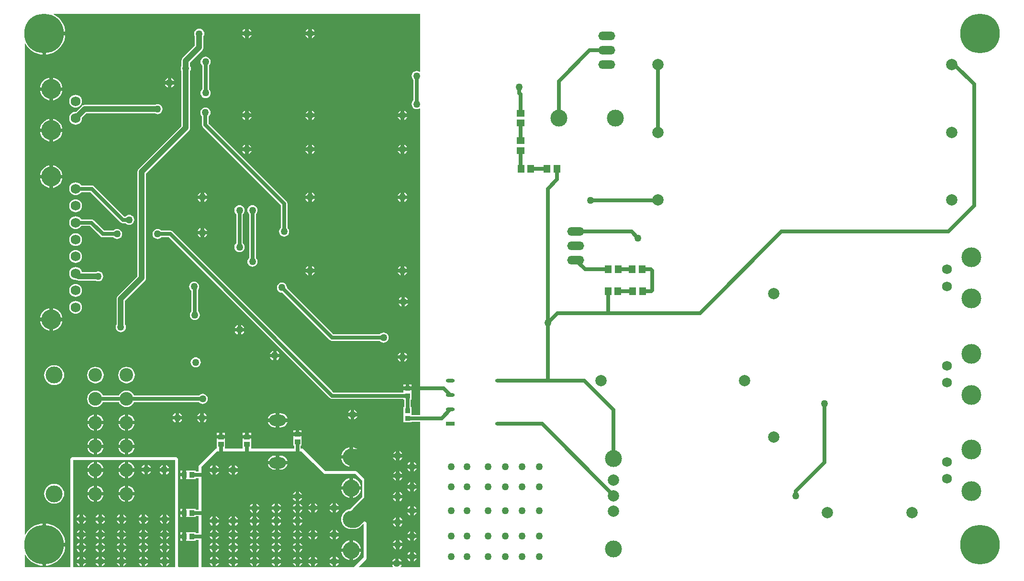
<source format=gbr>
%TF.GenerationSoftware,Altium Limited,Altium Designer,18.1.9 (240)*%
G04 Layer_Physical_Order=2*
G04 Layer_Color=16711680*
%FSLAX26Y26*%
%MOIN*%
%TF.FileFunction,Copper,L2,Bot,Signal*%
%TF.Part,Single*%
G01*
G75*
%TA.AperFunction,SMDPad,CuDef*%
%ADD17R,0.035433X0.039370*%
%ADD22R,0.037402X0.033465*%
%TA.AperFunction,Conductor*%
%ADD30C,0.025000*%
%ADD31C,0.039370*%
%TA.AperFunction,ComponentPad*%
%ADD32C,0.118110*%
%ADD33C,0.094488*%
%TA.AperFunction,ViaPad*%
%ADD34C,0.275591*%
%TA.AperFunction,ComponentPad*%
%ADD35C,0.068898*%
%ADD36C,0.137795*%
%ADD37C,0.078740*%
%ADD38O,0.118110X0.059055*%
%ADD39O,0.118110X0.078740*%
%TA.AperFunction,ViaPad*%
%ADD40C,0.050000*%
%TA.AperFunction,SMDPad,CuDef*%
%ADD41R,0.053150X0.045276*%
%ADD42R,0.045276X0.053150*%
%ADD43O,0.061024X0.025591*%
%ADD44R,0.061024X0.025591*%
%ADD45R,0.039370X0.035433*%
%TA.AperFunction,Conductor*%
%ADD46C,0.118110*%
G36*
X2814961Y3494562D02*
X2809961Y3492096D01*
X2807021Y3494352D01*
X2798507Y3497878D01*
X2789370Y3499081D01*
X2780233Y3497878D01*
X2771719Y3494352D01*
X2764408Y3488742D01*
X2758798Y3481430D01*
X2755271Y3472916D01*
X2754068Y3463779D01*
X2755271Y3454643D01*
X2758798Y3446128D01*
X2764408Y3438817D01*
X2766429Y3437266D01*
Y3294230D01*
X2764408Y3292679D01*
X2758798Y3285367D01*
X2755271Y3276853D01*
X2754068Y3267716D01*
X2755271Y3258580D01*
X2758798Y3250066D01*
X2764408Y3242754D01*
X2771719Y3237144D01*
X2780233Y3233617D01*
X2789370Y3232414D01*
X2798507Y3233617D01*
X2807021Y3237144D01*
X2809961Y3239400D01*
X2814961Y3236934D01*
X2814961Y1099713D01*
X2754034D01*
Y1154685D01*
X2748274D01*
Y1207520D01*
X2754034D01*
Y1258701D01*
Y1272933D01*
X2725333D01*
X2696632D01*
Y1257193D01*
X2210447D01*
X1089214Y2378426D01*
X1081771Y2383399D01*
X1072992Y2385146D01*
X1010765D01*
X1009214Y2387167D01*
X1001903Y2392777D01*
X993389Y2396304D01*
X984252Y2397507D01*
X975115Y2396304D01*
X966601Y2392777D01*
X959290Y2387167D01*
X953680Y2379856D01*
X950153Y2371341D01*
X948950Y2362205D01*
X950153Y2353068D01*
X953680Y2344554D01*
X959290Y2337242D01*
X966601Y2331632D01*
X975115Y2328106D01*
X984252Y2326903D01*
X993389Y2328106D01*
X1001903Y2331632D01*
X1009214Y2337242D01*
X1010765Y2339264D01*
X1063490D01*
X2184723Y1218030D01*
X2192166Y1213057D01*
X2200945Y1211311D01*
X2696632D01*
Y1207520D01*
X2702392D01*
Y1154685D01*
X2696632D01*
Y1101220D01*
Y1050039D01*
X2754034D01*
Y1053831D01*
X2814961D01*
Y39370D01*
X2680580D01*
X2678114Y44370D01*
X2682147Y49626D01*
X2684281Y54777D01*
X2618869D01*
X2621003Y49626D01*
X2625035Y44370D01*
X2622570Y39370D01*
X2387279D01*
X2385366Y43989D01*
X2435452Y94075D01*
X2439803Y100587D01*
X2441331Y108267D01*
Y338249D01*
X2439803Y345930D01*
X2435452Y352441D01*
X2435452Y352441D01*
X2428941Y356792D01*
X2424321Y358706D01*
X2416641Y360233D01*
X2416640D01*
X2408960Y358706D01*
X2404521Y355740D01*
X2400255Y358903D01*
X2400733Y360478D01*
X2400835Y361516D01*
X2332677D01*
Y386516D01*
X2400835D01*
X2400733Y387553D01*
X2396785Y400570D01*
X2390372Y412566D01*
X2381743Y423081D01*
X2371228Y431711D01*
X2359231Y438123D01*
X2354287Y439623D01*
X2353072Y444473D01*
X2425118Y516518D01*
X2429469Y523030D01*
X2430997Y530711D01*
Y640255D01*
X2429469Y647936D01*
X2425118Y654447D01*
X2376397Y703168D01*
X2369885Y707519D01*
X2362205Y709047D01*
X2153983Y709047D01*
X2081121Y781909D01*
X2002381Y860649D01*
X1995869Y865000D01*
X1988189Y866527D01*
X1981445D01*
Y885669D01*
X1988189D01*
Y938818D01*
Y954035D01*
X1928819D01*
Y938818D01*
Y885669D01*
X1935563D01*
Y866527D01*
X1640802D01*
X1635984Y866968D01*
Y920117D01*
Y935334D01*
X1576614D01*
Y920117D01*
Y866968D01*
X1571797Y866527D01*
X1459699D01*
X1454882Y866968D01*
Y920117D01*
Y935334D01*
X1395512D01*
Y920117D01*
Y866968D01*
X1391223Y865251D01*
X1389957Y865000D01*
X1383446Y860649D01*
X1275304Y752507D01*
X1270953Y745996D01*
X1269425Y738315D01*
Y706770D01*
X1251260D01*
Y713514D01*
X1182894D01*
Y683829D01*
Y654144D01*
X1251260D01*
Y660889D01*
X1269425D01*
X1269425Y440704D01*
X1251260D01*
Y447448D01*
X1182894D01*
Y417763D01*
Y388078D01*
X1251260D01*
Y394822D01*
X1269425D01*
X1269425Y276559D01*
X1251263D01*
Y283303D01*
X1182897D01*
Y253618D01*
Y223933D01*
X1251263D01*
Y230678D01*
X1269425D01*
X1269425Y39370D01*
X1132083D01*
X1127083Y44370D01*
Y787402D01*
X1125556Y795082D01*
X1121205Y801594D01*
X1114693Y805944D01*
X1107013Y807472D01*
X866142D01*
X396360Y807472D01*
X388680Y805944D01*
X382168Y801594D01*
X377817Y795082D01*
X376290Y787402D01*
X376289Y39370D01*
X59055D01*
Y125266D01*
X64055Y126676D01*
X74452Y109710D01*
X89560Y92020D01*
X107250Y76912D01*
X127085Y64757D01*
X148578Y55854D01*
X171198Y50423D01*
X181890Y49582D01*
Y196850D01*
Y344119D01*
X171198Y343277D01*
X148578Y337847D01*
X127085Y328944D01*
X107250Y316789D01*
X89560Y301681D01*
X74452Y283991D01*
X64055Y267025D01*
X59055Y268435D01*
X59055Y3688257D01*
X64055Y3689668D01*
X74452Y3672702D01*
X89560Y3655012D01*
X107250Y3639904D01*
X127085Y3627749D01*
X148578Y3618846D01*
X171198Y3613415D01*
X181890Y3612574D01*
Y3759843D01*
X194390D01*
Y3772343D01*
X341659D01*
X340817Y3783034D01*
X335387Y3805655D01*
X326484Y3827148D01*
X314329Y3846983D01*
X299221Y3864673D01*
X281531Y3879781D01*
X261695Y3891936D01*
X259770Y3892734D01*
X260746Y3897638D01*
X2814961Y3897638D01*
Y3494562D01*
D02*
G37*
G36*
X2066929Y767716D02*
X2145669Y688976D01*
X2362205Y688976D01*
X2410926Y640255D01*
Y530711D01*
X2322631Y442415D01*
X2319140Y442072D01*
X2306123Y438123D01*
X2294127Y431711D01*
X2283612Y423081D01*
X2274982Y412566D01*
X2268570Y400570D01*
X2264621Y387553D01*
X2263288Y374016D01*
X2264621Y360478D01*
X2268570Y347462D01*
X2274982Y335465D01*
X2283612Y324950D01*
X2294127Y316321D01*
X2306123Y309908D01*
X2319140Y305960D01*
X2332677Y304627D01*
X2352362D01*
X2365899Y305960D01*
X2378916Y309908D01*
X2390913Y316321D01*
X2401428Y324950D01*
X2416640Y340163D01*
X2421260Y338249D01*
Y108267D01*
X2352363Y39370D01*
X1289496Y39370D01*
X1289496Y738315D01*
X1397638Y846457D01*
X1988189D01*
X2066929Y767716D01*
D02*
G37*
G36*
X1107013Y39370D02*
X396360Y39370D01*
X396360Y787402D01*
X866142Y787402D01*
X1107013D01*
Y39370D01*
D02*
G37*
%LPC*%
G36*
X2059744Y3792548D02*
Y3772343D01*
X2079950D01*
X2077816Y3777494D01*
X2072206Y3784805D01*
X2064895Y3790415D01*
X2059744Y3792548D01*
D02*
G37*
G36*
X2034744D02*
X2029593Y3790415D01*
X2022282Y3784805D01*
X2016672Y3777494D01*
X2014538Y3772343D01*
X2034744D01*
Y3792548D01*
D02*
G37*
G36*
X1618799D02*
Y3772343D01*
X1639005D01*
X1636872Y3777494D01*
X1631262Y3784805D01*
X1623950Y3790415D01*
X1618799Y3792548D01*
D02*
G37*
G36*
X1593799D02*
X1588648Y3790415D01*
X1581337Y3784805D01*
X1575727Y3777494D01*
X1573593Y3772343D01*
X1593799D01*
Y3792548D01*
D02*
G37*
G36*
X2079950Y3747343D02*
X2059744D01*
Y3727137D01*
X2064895Y3729270D01*
X2072206Y3734880D01*
X2077816Y3742191D01*
X2079950Y3747343D01*
D02*
G37*
G36*
X2034744D02*
X2014538D01*
X2016672Y3742191D01*
X2022282Y3734880D01*
X2029593Y3729270D01*
X2034744Y3727137D01*
Y3747343D01*
D02*
G37*
G36*
X1639005D02*
X1618799D01*
Y3727137D01*
X1623950Y3729270D01*
X1631262Y3734880D01*
X1636872Y3742191D01*
X1639005Y3747343D01*
D02*
G37*
G36*
X1593799D02*
X1573593D01*
X1575727Y3742191D01*
X1581337Y3734880D01*
X1588648Y3729270D01*
X1593799Y3727137D01*
Y3747343D01*
D02*
G37*
G36*
X341659D02*
X206890D01*
Y3612574D01*
X217582Y3613415D01*
X240203Y3618846D01*
X261695Y3627749D01*
X281531Y3639904D01*
X299221Y3655012D01*
X314329Y3672702D01*
X326484Y3692537D01*
X335387Y3714030D01*
X340817Y3736651D01*
X341659Y3747343D01*
D02*
G37*
G36*
X1080616Y3448799D02*
Y3428593D01*
X1100822D01*
X1098689Y3433744D01*
X1093079Y3441055D01*
X1085767Y3446665D01*
X1080616Y3448799D01*
D02*
G37*
G36*
X1055616D02*
X1050465Y3446665D01*
X1043154Y3441055D01*
X1037544Y3433744D01*
X1035410Y3428593D01*
X1055616D01*
Y3448799D01*
D02*
G37*
G36*
X255807Y3450096D02*
Y3384547D01*
X321355D01*
X321063Y3387514D01*
X316552Y3402386D01*
X309226Y3416093D01*
X299366Y3428106D01*
X287352Y3437966D01*
X273646Y3445292D01*
X258774Y3449803D01*
X255807Y3450096D01*
D02*
G37*
G36*
X230807D02*
X227840Y3449803D01*
X212968Y3445292D01*
X199262Y3437966D01*
X187248Y3428106D01*
X177389Y3416093D01*
X170062Y3402386D01*
X165551Y3387514D01*
X165259Y3384547D01*
X230807D01*
Y3450096D01*
D02*
G37*
G36*
X1100822Y3403593D02*
X1080616D01*
Y3383387D01*
X1085767Y3385520D01*
X1093079Y3391130D01*
X1098689Y3398442D01*
X1100822Y3403593D01*
D02*
G37*
G36*
X1055616D02*
X1035410D01*
X1037544Y3398442D01*
X1043154Y3391130D01*
X1050465Y3385520D01*
X1055616Y3383387D01*
Y3403593D01*
D02*
G37*
G36*
X1319134Y3598058D02*
X1309997Y3596855D01*
X1301483Y3593328D01*
X1294171Y3587718D01*
X1288561Y3580407D01*
X1285035Y3571893D01*
X1283832Y3562756D01*
X1285035Y3553619D01*
X1288561Y3545105D01*
X1294171Y3537794D01*
X1296193Y3536243D01*
Y3371159D01*
X1294171Y3369608D01*
X1288561Y3362297D01*
X1285035Y3353783D01*
X1283832Y3344646D01*
X1285035Y3335509D01*
X1288561Y3326995D01*
X1294171Y3319684D01*
X1301483Y3314073D01*
X1309997Y3310547D01*
X1319134Y3309344D01*
X1328271Y3310547D01*
X1336785Y3314073D01*
X1344096Y3319684D01*
X1349706Y3326995D01*
X1353233Y3335509D01*
X1354436Y3344646D01*
X1353233Y3353783D01*
X1349706Y3362297D01*
X1344096Y3369608D01*
X1342074Y3371159D01*
Y3536243D01*
X1344096Y3537794D01*
X1349706Y3545105D01*
X1353233Y3553619D01*
X1354436Y3562756D01*
X1353233Y3571893D01*
X1349706Y3580407D01*
X1344096Y3587718D01*
X1336785Y3593328D01*
X1328271Y3596855D01*
X1319134Y3598058D01*
D02*
G37*
G36*
X321355Y3359547D02*
X255807D01*
Y3293999D01*
X258774Y3294291D01*
X273646Y3298803D01*
X287352Y3306129D01*
X299366Y3315988D01*
X309226Y3328002D01*
X316552Y3341708D01*
X321063Y3356581D01*
X321355Y3359547D01*
D02*
G37*
G36*
X230807D02*
X165259D01*
X165551Y3356581D01*
X170062Y3341708D01*
X177389Y3328002D01*
X187248Y3315988D01*
X199262Y3306129D01*
X212968Y3298803D01*
X227840Y3294291D01*
X230807Y3293999D01*
Y3359547D01*
D02*
G37*
G36*
X413386Y3332234D02*
X401782Y3330706D01*
X390970Y3326227D01*
X381685Y3319103D01*
X374560Y3309818D01*
X370081Y3299005D01*
X368553Y3287402D01*
X370081Y3275798D01*
X374560Y3264985D01*
X381685Y3255700D01*
X390970Y3248576D01*
X401782Y3244097D01*
X413386Y3242569D01*
X424989Y3244097D01*
X435802Y3248576D01*
X445087Y3255700D01*
X452212Y3264985D01*
X456690Y3275798D01*
X458218Y3287402D01*
X456690Y3299005D01*
X452212Y3309818D01*
X445087Y3319103D01*
X435802Y3326227D01*
X424989Y3330706D01*
X413386Y3332234D01*
D02*
G37*
G36*
X984252Y3267586D02*
X975115Y3266383D01*
X966601Y3262856D01*
X965778Y3262225D01*
X476378D01*
X468628Y3261204D01*
X461407Y3258213D01*
X455206Y3253455D01*
X415585Y3213834D01*
X413386Y3214124D01*
X401782Y3212596D01*
X390970Y3208117D01*
X381685Y3200993D01*
X374560Y3191708D01*
X370081Y3180895D01*
X368553Y3169291D01*
X370081Y3157688D01*
X374560Y3146875D01*
X381685Y3137590D01*
X390970Y3130465D01*
X401782Y3125987D01*
X413386Y3124459D01*
X424989Y3125987D01*
X435802Y3130465D01*
X445087Y3137590D01*
X452212Y3146875D01*
X456690Y3157688D01*
X458218Y3169291D01*
X457928Y3171491D01*
X488780Y3202342D01*
X965778D01*
X966601Y3201711D01*
X975115Y3198184D01*
X984252Y3196981D01*
X993389Y3198184D01*
X1001903Y3201711D01*
X1009214Y3207321D01*
X1014824Y3214633D01*
X1018351Y3223147D01*
X1019554Y3232284D01*
X1018351Y3241420D01*
X1014824Y3249934D01*
X1009214Y3257246D01*
X1001903Y3262856D01*
X993389Y3266383D01*
X984252Y3267586D01*
D02*
G37*
G36*
X2702756Y3221682D02*
Y3201476D01*
X2722962D01*
X2720828Y3206627D01*
X2715218Y3213939D01*
X2707907Y3219549D01*
X2702756Y3221682D01*
D02*
G37*
G36*
X2677756D02*
X2672605Y3219549D01*
X2665294Y3213939D01*
X2659684Y3206627D01*
X2657550Y3201476D01*
X2677756D01*
Y3221682D01*
D02*
G37*
G36*
X2059744D02*
Y3201476D01*
X2079950D01*
X2077816Y3206627D01*
X2072206Y3213939D01*
X2064895Y3219549D01*
X2059744Y3221682D01*
D02*
G37*
G36*
X2034744D02*
X2029593Y3219549D01*
X2022282Y3213939D01*
X2016672Y3206627D01*
X2014538Y3201476D01*
X2034744D01*
Y3221682D01*
D02*
G37*
G36*
X1618799D02*
Y3201476D01*
X1639005D01*
X1636872Y3206627D01*
X1631262Y3213939D01*
X1623950Y3219549D01*
X1618799Y3221682D01*
D02*
G37*
G36*
X1593799D02*
X1588648Y3219549D01*
X1581337Y3213939D01*
X1575727Y3206627D01*
X1573593Y3201476D01*
X1593799D01*
Y3221682D01*
D02*
G37*
G36*
X2722962Y3176476D02*
X2702756D01*
Y3156270D01*
X2707907Y3158404D01*
X2715218Y3164014D01*
X2720828Y3171325D01*
X2722962Y3176476D01*
D02*
G37*
G36*
X2677756D02*
X2657550D01*
X2659684Y3171325D01*
X2665294Y3164014D01*
X2672605Y3158404D01*
X2677756Y3156270D01*
Y3176476D01*
D02*
G37*
G36*
X2079950D02*
X2059744D01*
Y3156270D01*
X2064895Y3158404D01*
X2072206Y3164014D01*
X2077816Y3171325D01*
X2079950Y3176476D01*
D02*
G37*
G36*
X2034744D02*
X2014538D01*
X2016672Y3171325D01*
X2022282Y3164014D01*
X2029593Y3158404D01*
X2034744Y3156270D01*
Y3176476D01*
D02*
G37*
G36*
X1639005D02*
X1618799D01*
Y3156270D01*
X1623950Y3158404D01*
X1631262Y3164014D01*
X1636872Y3171325D01*
X1639005Y3176476D01*
D02*
G37*
G36*
X1593799D02*
X1573593D01*
X1575727Y3171325D01*
X1581337Y3164014D01*
X1588648Y3158404D01*
X1593799Y3156270D01*
Y3176476D01*
D02*
G37*
G36*
X255807Y3162694D02*
Y3097146D01*
X321355D01*
X321063Y3100112D01*
X316552Y3114985D01*
X309226Y3128691D01*
X299366Y3140705D01*
X287352Y3150564D01*
X273646Y3157890D01*
X258774Y3162402D01*
X255807Y3162694D01*
D02*
G37*
G36*
X230807D02*
X227840Y3162402D01*
X212968Y3157890D01*
X199262Y3150564D01*
X187248Y3140705D01*
X177389Y3128691D01*
X170062Y3114985D01*
X165551Y3100112D01*
X165259Y3097146D01*
X230807D01*
Y3162694D01*
D02*
G37*
G36*
X321355Y3072146D02*
X255807D01*
Y3006597D01*
X258774Y3006890D01*
X273646Y3011401D01*
X287352Y3018727D01*
X299366Y3028587D01*
X309226Y3040600D01*
X316552Y3054307D01*
X321063Y3069179D01*
X321355Y3072146D01*
D02*
G37*
G36*
X230807D02*
X165259D01*
X165551Y3069179D01*
X170062Y3054307D01*
X177389Y3040600D01*
X187248Y3028587D01*
X199262Y3018727D01*
X212968Y3011401D01*
X227840Y3006890D01*
X230807Y3006597D01*
Y3072146D01*
D02*
G37*
G36*
X2702756Y2985462D02*
Y2965256D01*
X2722962D01*
X2720828Y2970407D01*
X2715218Y2977718D01*
X2707907Y2983328D01*
X2702756Y2985462D01*
D02*
G37*
G36*
X2677756D02*
X2672605Y2983328D01*
X2665294Y2977718D01*
X2659684Y2970407D01*
X2657550Y2965256D01*
X2677756D01*
Y2985462D01*
D02*
G37*
G36*
X2059744D02*
Y2965256D01*
X2079950D01*
X2077816Y2970407D01*
X2072206Y2977718D01*
X2064895Y2983328D01*
X2059744Y2985462D01*
D02*
G37*
G36*
X2034744D02*
X2029593Y2983328D01*
X2022282Y2977718D01*
X2016672Y2970407D01*
X2014538Y2965256D01*
X2034744D01*
Y2985462D01*
D02*
G37*
G36*
X1618799D02*
Y2965256D01*
X1639005D01*
X1636872Y2970407D01*
X1631262Y2977718D01*
X1623950Y2983328D01*
X1618799Y2985462D01*
D02*
G37*
G36*
X1593799D02*
X1588648Y2983328D01*
X1581337Y2977718D01*
X1575727Y2970407D01*
X1573593Y2965256D01*
X1593799D01*
Y2985462D01*
D02*
G37*
G36*
X2722962Y2940256D02*
X2702756D01*
Y2920050D01*
X2707907Y2922184D01*
X2715218Y2927794D01*
X2720828Y2935105D01*
X2722962Y2940256D01*
D02*
G37*
G36*
X2677756D02*
X2657550D01*
X2659684Y2935105D01*
X2665294Y2927794D01*
X2672605Y2922184D01*
X2677756Y2920050D01*
Y2940256D01*
D02*
G37*
G36*
X2079950D02*
X2059744D01*
Y2920050D01*
X2064895Y2922184D01*
X2072206Y2927794D01*
X2077816Y2935105D01*
X2079950Y2940256D01*
D02*
G37*
G36*
X2034744D02*
X2014538D01*
X2016672Y2935105D01*
X2022282Y2927794D01*
X2029593Y2922184D01*
X2034744Y2920050D01*
Y2940256D01*
D02*
G37*
G36*
X1639005D02*
X1618799D01*
Y2920050D01*
X1623950Y2922184D01*
X1631262Y2927794D01*
X1636872Y2935105D01*
X1639005Y2940256D01*
D02*
G37*
G36*
X1593799D02*
X1573593D01*
X1575727Y2935105D01*
X1581337Y2927794D01*
X1588648Y2922184D01*
X1593799Y2920050D01*
Y2940256D01*
D02*
G37*
G36*
X255807Y2839859D02*
Y2774311D01*
X321355D01*
X321063Y2777278D01*
X316552Y2792150D01*
X309226Y2805856D01*
X299366Y2817870D01*
X287352Y2827729D01*
X273646Y2835056D01*
X258774Y2839567D01*
X255807Y2839859D01*
D02*
G37*
G36*
X230807D02*
X227840Y2839567D01*
X212968Y2835056D01*
X199262Y2827729D01*
X187248Y2817870D01*
X177389Y2805856D01*
X170062Y2792150D01*
X165551Y2777278D01*
X165259Y2774311D01*
X230807D01*
Y2839859D01*
D02*
G37*
G36*
X321355Y2749311D02*
X255807D01*
Y2683763D01*
X258774Y2684055D01*
X273646Y2688566D01*
X287352Y2695893D01*
X299366Y2705752D01*
X309226Y2717766D01*
X316552Y2731472D01*
X321063Y2746344D01*
X321355Y2749311D01*
D02*
G37*
G36*
X230807D02*
X165259D01*
X165551Y2746344D01*
X170062Y2731472D01*
X177389Y2717766D01*
X187248Y2705752D01*
X199262Y2695893D01*
X212968Y2688566D01*
X227840Y2684055D01*
X230807Y2683763D01*
Y2749311D01*
D02*
G37*
G36*
X2702756Y2650816D02*
Y2630610D01*
X2722962D01*
X2720828Y2635761D01*
X2715218Y2643072D01*
X2707907Y2648682D01*
X2702756Y2650816D01*
D02*
G37*
G36*
X2677756D02*
X2672605Y2648682D01*
X2665294Y2643072D01*
X2659684Y2635761D01*
X2657550Y2630610D01*
X2677756D01*
Y2650816D01*
D02*
G37*
G36*
X2059744D02*
Y2630610D01*
X2079950D01*
X2077816Y2635761D01*
X2072206Y2643072D01*
X2064895Y2648682D01*
X2059744Y2650816D01*
D02*
G37*
G36*
X2034744D02*
X2029593Y2648682D01*
X2022282Y2643072D01*
X2016672Y2635761D01*
X2014538Y2630610D01*
X2034744D01*
Y2650816D01*
D02*
G37*
G36*
X1309465D02*
Y2630610D01*
X1329671D01*
X1327538Y2635761D01*
X1321928Y2643072D01*
X1314616Y2648682D01*
X1309465Y2650816D01*
D02*
G37*
G36*
X1284465D02*
X1279314Y2648682D01*
X1272003Y2643072D01*
X1266393Y2635761D01*
X1264259Y2630610D01*
X1284465D01*
Y2650816D01*
D02*
G37*
G36*
X2722962Y2605610D02*
X2702756D01*
Y2585404D01*
X2707907Y2587538D01*
X2715218Y2593148D01*
X2720828Y2600459D01*
X2722962Y2605610D01*
D02*
G37*
G36*
X2677756D02*
X2657550D01*
X2659684Y2600459D01*
X2665294Y2593148D01*
X2672605Y2587538D01*
X2677756Y2585404D01*
Y2605610D01*
D02*
G37*
G36*
X2079950D02*
X2059744D01*
Y2585404D01*
X2064895Y2587538D01*
X2072206Y2593148D01*
X2077816Y2600459D01*
X2079950Y2605610D01*
D02*
G37*
G36*
X2034744D02*
X2014538D01*
X2016672Y2600459D01*
X2022282Y2593148D01*
X2029593Y2587538D01*
X2034744Y2585404D01*
Y2605610D01*
D02*
G37*
G36*
X1329671D02*
X1309465D01*
Y2585404D01*
X1314616Y2587538D01*
X1321928Y2593148D01*
X1327538Y2600459D01*
X1329671Y2605610D01*
D02*
G37*
G36*
X1284465D02*
X1264259D01*
X1266393Y2600459D01*
X1272003Y2593148D01*
X1279314Y2587538D01*
X1284465Y2585404D01*
Y2605610D01*
D02*
G37*
G36*
X413386Y2603887D02*
X401782Y2602360D01*
X390970Y2597881D01*
X381685Y2590756D01*
X374560Y2581471D01*
X370081Y2570659D01*
X368553Y2559055D01*
X370081Y2547452D01*
X374560Y2536639D01*
X381685Y2527354D01*
X390970Y2520229D01*
X401782Y2515750D01*
X413386Y2514223D01*
X424989Y2515750D01*
X435802Y2520229D01*
X445087Y2527354D01*
X452212Y2536639D01*
X456690Y2547452D01*
X458218Y2559055D01*
X456690Y2570659D01*
X452212Y2581471D01*
X445087Y2590756D01*
X435802Y2597881D01*
X424989Y2602360D01*
X413386Y2603887D01*
D02*
G37*
G36*
Y2721998D02*
X401782Y2720470D01*
X390970Y2715991D01*
X381685Y2708867D01*
X374560Y2699582D01*
X370081Y2688769D01*
X368553Y2677165D01*
X370081Y2665562D01*
X374560Y2654749D01*
X381685Y2645464D01*
X390970Y2638340D01*
X401782Y2633861D01*
X413386Y2632333D01*
X424989Y2633861D01*
X435802Y2638340D01*
X445087Y2645464D01*
X451809Y2654225D01*
X516442D01*
X726264Y2444403D01*
X733706Y2439430D01*
X742485Y2437684D01*
X760887D01*
X762438Y2435663D01*
X769749Y2430053D01*
X778263Y2426526D01*
X787400Y2425323D01*
X796537Y2426526D01*
X805051Y2430053D01*
X812362Y2435663D01*
X817972Y2442974D01*
X821499Y2451488D01*
X822702Y2460625D01*
X821499Y2469762D01*
X817972Y2478276D01*
X812362Y2485587D01*
X805051Y2491197D01*
X796537Y2494724D01*
X787400Y2495927D01*
X778263Y2494724D01*
X769749Y2491197D01*
X762438Y2485587D01*
X760887Y2483566D01*
X751988D01*
X542167Y2693387D01*
X534724Y2698360D01*
X525945Y2700106D01*
X451809D01*
X445087Y2708867D01*
X435802Y2715991D01*
X424989Y2720470D01*
X413386Y2721998D01*
D02*
G37*
G36*
X1308693Y2403708D02*
Y2383502D01*
X1328899D01*
X1326765Y2388653D01*
X1321155Y2395965D01*
X1313844Y2401575D01*
X1308693Y2403708D01*
D02*
G37*
G36*
X1283693D02*
X1278542Y2401575D01*
X1271231Y2395965D01*
X1265620Y2388653D01*
X1263487Y2383502D01*
X1283693D01*
Y2403708D01*
D02*
G37*
G36*
X1317638Y3243963D02*
X1308501Y3242760D01*
X1299987Y3239234D01*
X1292676Y3233624D01*
X1287065Y3226312D01*
X1283539Y3217798D01*
X1282336Y3208661D01*
X1283539Y3199525D01*
X1287065Y3191010D01*
X1292676Y3183699D01*
X1294697Y3182148D01*
Y3121338D01*
X1296443Y3112559D01*
X1301416Y3105117D01*
X1843066Y2563467D01*
Y2405293D01*
X1841045Y2403742D01*
X1835435Y2396430D01*
X1831908Y2387916D01*
X1830705Y2378780D01*
X1831908Y2369643D01*
X1835435Y2361128D01*
X1841045Y2353817D01*
X1848356Y2348207D01*
X1856870Y2344680D01*
X1866007Y2343477D01*
X1875144Y2344680D01*
X1883658Y2348207D01*
X1890969Y2353817D01*
X1896579Y2361128D01*
X1900106Y2369643D01*
X1901309Y2378780D01*
X1900106Y2387916D01*
X1896579Y2396430D01*
X1890969Y2403742D01*
X1888948Y2405293D01*
Y2572969D01*
X1887202Y2581748D01*
X1882229Y2589191D01*
X1340579Y3130841D01*
Y3182148D01*
X1342600Y3183699D01*
X1348210Y3191010D01*
X1351737Y3199525D01*
X1352940Y3208661D01*
X1351737Y3217798D01*
X1348210Y3226312D01*
X1342600Y3233624D01*
X1335289Y3239234D01*
X1326775Y3242760D01*
X1317638Y3243963D01*
D02*
G37*
G36*
X1328899Y2358502D02*
X1308693D01*
Y2338296D01*
X1313844Y2340430D01*
X1321155Y2346040D01*
X1326765Y2353351D01*
X1328899Y2358502D01*
D02*
G37*
G36*
X1283693D02*
X1263487D01*
X1265620Y2353351D01*
X1271231Y2346040D01*
X1278542Y2340430D01*
X1283693Y2338296D01*
Y2358502D01*
D02*
G37*
G36*
X413386Y2485777D02*
X401782Y2484250D01*
X390970Y2479771D01*
X381685Y2472646D01*
X374560Y2463361D01*
X370081Y2452548D01*
X368553Y2440945D01*
X370081Y2429341D01*
X374560Y2418529D01*
X381685Y2409244D01*
X390970Y2402119D01*
X401782Y2397640D01*
X413386Y2396113D01*
X424989Y2397640D01*
X435802Y2402119D01*
X445087Y2409244D01*
X451809Y2418004D01*
X514599D01*
X586620Y2345983D01*
X594063Y2341010D01*
X602842Y2339264D01*
X676046D01*
X677597Y2337242D01*
X684908Y2331632D01*
X693423Y2328106D01*
X702559Y2326903D01*
X711696Y2328106D01*
X720210Y2331632D01*
X727522Y2337242D01*
X733132Y2344554D01*
X736658Y2353068D01*
X737861Y2362205D01*
X736658Y2371341D01*
X733132Y2379856D01*
X727522Y2387167D01*
X720210Y2392777D01*
X711696Y2396304D01*
X702559Y2397507D01*
X693423Y2396304D01*
X684908Y2392777D01*
X677597Y2387167D01*
X676046Y2385146D01*
X612344D01*
X540323Y2457166D01*
X532881Y2462139D01*
X524101Y2463886D01*
X451809D01*
X445087Y2472646D01*
X435802Y2479771D01*
X424989Y2484250D01*
X413386Y2485777D01*
D02*
G37*
G36*
Y2367667D02*
X401782Y2366139D01*
X390970Y2361660D01*
X381685Y2354536D01*
X374560Y2345251D01*
X370081Y2334438D01*
X368553Y2322835D01*
X370081Y2311231D01*
X374560Y2300418D01*
X381685Y2291133D01*
X390970Y2284009D01*
X401782Y2279530D01*
X413386Y2278002D01*
X424989Y2279530D01*
X435802Y2284009D01*
X445087Y2291133D01*
X452212Y2300418D01*
X456690Y2311231D01*
X458218Y2322835D01*
X456690Y2334438D01*
X452212Y2345251D01*
X445087Y2354536D01*
X435802Y2361660D01*
X424989Y2366139D01*
X413386Y2367667D01*
D02*
G37*
G36*
X1555118Y2562605D02*
X1545981Y2561402D01*
X1537467Y2557876D01*
X1530156Y2552266D01*
X1524546Y2544954D01*
X1521019Y2536440D01*
X1519816Y2527303D01*
X1521019Y2518166D01*
X1524546Y2509652D01*
X1530156Y2502341D01*
X1532177Y2500790D01*
Y2296828D01*
X1530156Y2295277D01*
X1524546Y2287966D01*
X1521019Y2279452D01*
X1519816Y2270315D01*
X1521019Y2261178D01*
X1524546Y2252664D01*
X1530156Y2245353D01*
X1537467Y2239743D01*
X1545981Y2236216D01*
X1555118Y2235013D01*
X1564255Y2236216D01*
X1572769Y2239743D01*
X1580080Y2245353D01*
X1585690Y2252664D01*
X1589217Y2261178D01*
X1590420Y2270315D01*
X1589217Y2279452D01*
X1585690Y2287966D01*
X1580080Y2295277D01*
X1578059Y2296828D01*
Y2500790D01*
X1580080Y2502341D01*
X1585690Y2509652D01*
X1589217Y2518166D01*
X1590420Y2527303D01*
X1589217Y2536440D01*
X1585690Y2544954D01*
X1580080Y2552266D01*
X1572769Y2557876D01*
X1564255Y2561402D01*
X1555118Y2562605D01*
D02*
G37*
G36*
X413386Y2249557D02*
X401782Y2248029D01*
X390970Y2243550D01*
X381685Y2236426D01*
X374560Y2227141D01*
X370081Y2216328D01*
X368553Y2204724D01*
X370081Y2193121D01*
X374560Y2182308D01*
X381685Y2173023D01*
X390970Y2165898D01*
X401782Y2161420D01*
X413386Y2159892D01*
X424989Y2161420D01*
X435802Y2165898D01*
X445087Y2173023D01*
X452212Y2182308D01*
X456690Y2193121D01*
X458218Y2204724D01*
X456690Y2216328D01*
X452212Y2227141D01*
X445087Y2236426D01*
X435802Y2243550D01*
X424989Y2248029D01*
X413386Y2249557D01*
D02*
G37*
G36*
X1645669Y2562605D02*
X1636533Y2561402D01*
X1628018Y2557876D01*
X1620707Y2552266D01*
X1615097Y2544954D01*
X1611570Y2536440D01*
X1610367Y2527303D01*
X1611570Y2518166D01*
X1615097Y2509652D01*
X1620707Y2502341D01*
X1622728Y2500790D01*
Y2195805D01*
X1620707Y2194254D01*
X1615097Y2186942D01*
X1611570Y2178428D01*
X1610367Y2169291D01*
X1611570Y2160155D01*
X1615097Y2151640D01*
X1620707Y2144329D01*
X1628018Y2138719D01*
X1636533Y2135192D01*
X1645669Y2133989D01*
X1654806Y2135192D01*
X1663320Y2138719D01*
X1670632Y2144329D01*
X1676242Y2151640D01*
X1679768Y2160155D01*
X1680971Y2169291D01*
X1679768Y2178428D01*
X1676242Y2186942D01*
X1670632Y2194254D01*
X1668610Y2195805D01*
Y2500790D01*
X1670632Y2502341D01*
X1676242Y2509652D01*
X1679768Y2518166D01*
X1680971Y2527303D01*
X1679768Y2536440D01*
X1676242Y2544954D01*
X1670632Y2552266D01*
X1663320Y2557876D01*
X1654806Y2561402D01*
X1645669Y2562605D01*
D02*
G37*
G36*
X2702756Y2139005D02*
Y2118799D01*
X2722962D01*
X2720828Y2123950D01*
X2715218Y2131262D01*
X2707907Y2136872D01*
X2702756Y2139005D01*
D02*
G37*
G36*
X2677756D02*
X2672605Y2136872D01*
X2665294Y2131262D01*
X2659684Y2123950D01*
X2657550Y2118799D01*
X2677756D01*
Y2139005D01*
D02*
G37*
G36*
X2059744D02*
Y2118799D01*
X2079950D01*
X2077816Y2123950D01*
X2072206Y2131262D01*
X2064895Y2136872D01*
X2059744Y2139005D01*
D02*
G37*
G36*
X2034744D02*
X2029593Y2136872D01*
X2022282Y2131262D01*
X2016672Y2123950D01*
X2014538Y2118799D01*
X2034744D01*
Y2139005D01*
D02*
G37*
G36*
X2722962Y2093799D02*
X2702756D01*
Y2073593D01*
X2707907Y2075727D01*
X2715218Y2081337D01*
X2720828Y2088648D01*
X2722962Y2093799D01*
D02*
G37*
G36*
X2677756D02*
X2657550D01*
X2659684Y2088648D01*
X2665294Y2081337D01*
X2672605Y2075727D01*
X2677756Y2073593D01*
Y2093799D01*
D02*
G37*
G36*
X2079950D02*
X2059744D01*
Y2073593D01*
X2064895Y2075727D01*
X2072206Y2081337D01*
X2077816Y2088648D01*
X2079950Y2093799D01*
D02*
G37*
G36*
X2034744D02*
X2014538D01*
X2016672Y2088648D01*
X2022282Y2081337D01*
X2029593Y2075727D01*
X2034744Y2073593D01*
Y2093799D01*
D02*
G37*
G36*
X413386Y2131447D02*
X401782Y2129919D01*
X390970Y2125440D01*
X381685Y2118315D01*
X374560Y2109030D01*
X370081Y2098218D01*
X368553Y2086614D01*
X370081Y2075011D01*
X374560Y2064198D01*
X381685Y2054913D01*
X390970Y2047788D01*
X401782Y2043310D01*
X413386Y2041782D01*
X416539Y2042197D01*
X418101Y2040998D01*
X425322Y2038007D01*
X433072Y2036987D01*
X552393D01*
X553215Y2036356D01*
X561729Y2032829D01*
X570866Y2031626D01*
X580003Y2032829D01*
X588517Y2036356D01*
X595828Y2041966D01*
X601438Y2049277D01*
X604965Y2057791D01*
X606168Y2066928D01*
X604965Y2076065D01*
X601438Y2084579D01*
X595828Y2091891D01*
X588517Y2097501D01*
X580003Y2101027D01*
X570866Y2102230D01*
X561729Y2101027D01*
X553215Y2097501D01*
X552393Y2096869D01*
X456868D01*
X456690Y2098218D01*
X452212Y2109030D01*
X445087Y2118315D01*
X435802Y2125440D01*
X424989Y2129919D01*
X413386Y2131447D01*
D02*
G37*
G36*
Y2013336D02*
X401782Y2011809D01*
X390970Y2007330D01*
X381685Y2000205D01*
X374560Y1990920D01*
X370081Y1980107D01*
X368553Y1968504D01*
X370081Y1956900D01*
X374560Y1946088D01*
X381685Y1936803D01*
X390970Y1929678D01*
X401782Y1925199D01*
X413386Y1923672D01*
X424989Y1925199D01*
X435802Y1929678D01*
X445087Y1936803D01*
X452212Y1946088D01*
X456690Y1956900D01*
X458218Y1968504D01*
X456690Y1980107D01*
X452212Y1990920D01*
X445087Y2000205D01*
X435802Y2007330D01*
X424989Y2011809D01*
X413386Y2013336D01*
D02*
G37*
G36*
X2708305Y1922470D02*
Y1902264D01*
X2728511D01*
X2726378Y1907415D01*
X2720768Y1914726D01*
X2713456Y1920336D01*
X2708305Y1922470D01*
D02*
G37*
G36*
X2683305D02*
X2678154Y1920336D01*
X2670843Y1914726D01*
X2665233Y1907415D01*
X2663099Y1902264D01*
X2683305D01*
Y1922470D01*
D02*
G37*
G36*
X2728511Y1877264D02*
X2708305D01*
Y1857058D01*
X2713456Y1859191D01*
X2720768Y1864802D01*
X2726378Y1872113D01*
X2728511Y1877264D01*
D02*
G37*
G36*
X2683305D02*
X2663099D01*
X2665233Y1872113D01*
X2670843Y1864802D01*
X2678154Y1859191D01*
X2683305Y1857058D01*
Y1877264D01*
D02*
G37*
G36*
X413386Y1895226D02*
X401782Y1893698D01*
X390970Y1889220D01*
X381685Y1882095D01*
X374560Y1872810D01*
X370081Y1861997D01*
X368553Y1850394D01*
X370081Y1838790D01*
X374560Y1827977D01*
X381685Y1818693D01*
X390970Y1811568D01*
X401782Y1807089D01*
X413386Y1805561D01*
X424989Y1807089D01*
X435802Y1811568D01*
X445087Y1818693D01*
X452212Y1827977D01*
X456690Y1838790D01*
X458218Y1850394D01*
X456690Y1861997D01*
X452212Y1872810D01*
X445087Y1882095D01*
X435802Y1889220D01*
X424989Y1893698D01*
X413386Y1895226D01*
D02*
G37*
G36*
X255807Y1843796D02*
Y1778248D01*
X321355D01*
X321063Y1781215D01*
X316552Y1796087D01*
X309226Y1809793D01*
X299366Y1821807D01*
X287352Y1831666D01*
X273646Y1838993D01*
X258774Y1843504D01*
X255807Y1843796D01*
D02*
G37*
G36*
X230807D02*
X227840Y1843504D01*
X212968Y1838993D01*
X199262Y1831666D01*
X187248Y1821807D01*
X177389Y1809793D01*
X170062Y1796087D01*
X165551Y1781215D01*
X165259Y1778248D01*
X230807D01*
Y1843796D01*
D02*
G37*
G36*
X1239173Y2030164D02*
X1230036Y2028961D01*
X1221522Y2025435D01*
X1214211Y2019824D01*
X1208601Y2012513D01*
X1205074Y2003999D01*
X1203871Y1994862D01*
X1205074Y1985725D01*
X1208601Y1977211D01*
X1214211Y1969900D01*
X1220760Y1964875D01*
Y1823088D01*
X1218738Y1821537D01*
X1213128Y1814226D01*
X1209602Y1805712D01*
X1208399Y1796575D01*
X1209602Y1787438D01*
X1213128Y1778924D01*
X1218738Y1771612D01*
X1226050Y1766002D01*
X1234564Y1762476D01*
X1243701Y1761273D01*
X1252838Y1762476D01*
X1261352Y1766002D01*
X1268663Y1771612D01*
X1274273Y1778924D01*
X1277800Y1787438D01*
X1279003Y1796575D01*
X1277800Y1805712D01*
X1274273Y1814226D01*
X1268663Y1821537D01*
X1266642Y1823088D01*
Y1973166D01*
X1269746Y1977211D01*
X1273272Y1985725D01*
X1274475Y1994862D01*
X1273272Y2003999D01*
X1269746Y2012513D01*
X1264136Y2019824D01*
X1256824Y2025435D01*
X1248310Y2028961D01*
X1239173Y2030164D01*
D02*
G37*
G36*
X1567618Y1727588D02*
Y1707382D01*
X1587824D01*
X1585690Y1712533D01*
X1580080Y1719844D01*
X1572769Y1725454D01*
X1567618Y1727588D01*
D02*
G37*
G36*
X1542618D02*
X1537467Y1725454D01*
X1530156Y1719844D01*
X1524546Y1712533D01*
X1522412Y1707382D01*
X1542618D01*
Y1727588D01*
D02*
G37*
G36*
X321355Y1753248D02*
X255807D01*
Y1687700D01*
X258774Y1687992D01*
X273646Y1692503D01*
X287352Y1699830D01*
X299366Y1709689D01*
X309226Y1721703D01*
X316552Y1735409D01*
X321063Y1750281D01*
X321355Y1753248D01*
D02*
G37*
G36*
X230807D02*
X165259D01*
X165551Y1750281D01*
X170062Y1735409D01*
X177389Y1721703D01*
X187248Y1709689D01*
X199262Y1699830D01*
X212968Y1692503D01*
X227840Y1687992D01*
X230807Y1687700D01*
Y1753248D01*
D02*
G37*
G36*
X1274331Y3793176D02*
X1265194Y3791973D01*
X1256680Y3788446D01*
X1249368Y3782836D01*
X1243758Y3775525D01*
X1240232Y3767011D01*
X1239029Y3757874D01*
X1240232Y3748737D01*
X1243758Y3740223D01*
X1244389Y3739400D01*
Y3675709D01*
X1159931Y3591250D01*
X1155172Y3585049D01*
X1152181Y3577828D01*
X1151161Y3570079D01*
Y3533730D01*
X1150530Y3532907D01*
X1147003Y3524393D01*
X1145800Y3515256D01*
X1147003Y3506119D01*
X1150530Y3497605D01*
X1151161Y3496782D01*
Y3114051D01*
X852844Y2815734D01*
X848086Y2809533D01*
X845095Y2802311D01*
X844074Y2794562D01*
Y2067521D01*
X707175Y1930621D01*
X702417Y1924420D01*
X699426Y1917199D01*
X698405Y1909450D01*
Y1731072D01*
X697774Y1730249D01*
X694247Y1721735D01*
X693044Y1712598D01*
X694247Y1703462D01*
X697774Y1694947D01*
X703384Y1687636D01*
X710696Y1682026D01*
X719210Y1678499D01*
X728346Y1677296D01*
X737483Y1678499D01*
X745997Y1682026D01*
X753309Y1687636D01*
X758919Y1694947D01*
X762446Y1703462D01*
X763649Y1712598D01*
X762446Y1721735D01*
X758919Y1730249D01*
X758288Y1731072D01*
Y1897048D01*
X895187Y2033947D01*
X899946Y2040148D01*
X902937Y2047370D01*
X903957Y2055119D01*
Y2782160D01*
X1202274Y3080477D01*
X1207032Y3086678D01*
X1210023Y3093899D01*
X1211044Y3101649D01*
Y3496782D01*
X1211675Y3497605D01*
X1215201Y3506119D01*
X1216404Y3515256D01*
X1215201Y3524393D01*
X1211675Y3532907D01*
X1211044Y3533730D01*
Y3557677D01*
X1295502Y3642135D01*
X1300261Y3648336D01*
X1301499Y3651327D01*
X1303252Y3655558D01*
X1304272Y3663307D01*
Y3739400D01*
X1304903Y3740223D01*
X1308430Y3748737D01*
X1309633Y3757874D01*
X1308430Y3767011D01*
X1304903Y3775525D01*
X1299293Y3782836D01*
X1291982Y3788446D01*
X1283467Y3791973D01*
X1274331Y3793176D01*
D02*
G37*
G36*
X1587824Y1682382D02*
X1567618D01*
Y1662176D01*
X1572769Y1664310D01*
X1580080Y1669920D01*
X1585690Y1677231D01*
X1587824Y1682382D01*
D02*
G37*
G36*
X1542618D02*
X1522412D01*
X1524546Y1677231D01*
X1530156Y1669920D01*
X1537467Y1664310D01*
X1542618Y1662176D01*
Y1682382D01*
D02*
G37*
G36*
X1850394Y2023491D02*
X1841257Y2022288D01*
X1832743Y2018761D01*
X1825431Y2013151D01*
X1819821Y2005840D01*
X1816295Y1997326D01*
X1815092Y1988189D01*
X1816295Y1979052D01*
X1819821Y1970538D01*
X1825431Y1963227D01*
X1832743Y1957617D01*
X1841257Y1954090D01*
X1850394Y1952887D01*
X1852920Y1953220D01*
X2182597Y1623542D01*
X2190040Y1618569D01*
X2198819Y1616823D01*
X2532542D01*
X2534093Y1614801D01*
X2541404Y1609191D01*
X2549918Y1605665D01*
X2559055Y1604462D01*
X2568192Y1605665D01*
X2576706Y1609191D01*
X2584017Y1614801D01*
X2589628Y1622113D01*
X2593154Y1630627D01*
X2594357Y1639764D01*
X2593154Y1648900D01*
X2589628Y1657415D01*
X2584017Y1664726D01*
X2576706Y1670336D01*
X2568192Y1673863D01*
X2559055Y1675066D01*
X2549918Y1673863D01*
X2541404Y1670336D01*
X2534093Y1664726D01*
X2532542Y1662705D01*
X2208321D01*
X1885363Y1985663D01*
X1885696Y1988189D01*
X1884493Y1997326D01*
X1880966Y2005840D01*
X1875356Y2013151D01*
X1868045Y2018761D01*
X1859531Y2022288D01*
X1850394Y2023491D01*
D02*
G37*
G36*
X1813524Y1547627D02*
Y1527421D01*
X1833730D01*
X1831596Y1532572D01*
X1825986Y1539883D01*
X1818675Y1545494D01*
X1813524Y1547627D01*
D02*
G37*
G36*
X1788524D02*
X1783373Y1545494D01*
X1776061Y1539883D01*
X1770451Y1532572D01*
X1768318Y1527421D01*
X1788524D01*
Y1547627D01*
D02*
G37*
G36*
X2702686Y1536643D02*
Y1516437D01*
X2722892D01*
X2720759Y1521588D01*
X2715149Y1528899D01*
X2707837Y1534509D01*
X2702686Y1536643D01*
D02*
G37*
G36*
X2677686D02*
X2672535Y1534509D01*
X2665224Y1528899D01*
X2659614Y1521588D01*
X2657480Y1516437D01*
X2677686D01*
Y1536643D01*
D02*
G37*
G36*
X1833730Y1502421D02*
X1813524D01*
Y1482215D01*
X1818675Y1484349D01*
X1825986Y1489959D01*
X1831596Y1497270D01*
X1833730Y1502421D01*
D02*
G37*
G36*
X1788524D02*
X1768318D01*
X1770451Y1497270D01*
X1776061Y1489959D01*
X1783373Y1484349D01*
X1788524Y1482215D01*
Y1502421D01*
D02*
G37*
G36*
X2722892Y1491437D02*
X2702686D01*
Y1471231D01*
X2707837Y1473365D01*
X2715149Y1478975D01*
X2720759Y1486286D01*
X2722892Y1491437D01*
D02*
G37*
G36*
X2677686D02*
X2657480D01*
X2659614Y1486286D01*
X2665224Y1478975D01*
X2672535Y1473365D01*
X2677686Y1471231D01*
Y1491437D01*
D02*
G37*
G36*
X1250118Y1502467D02*
X1240981Y1501264D01*
X1232467Y1497738D01*
X1225156Y1492128D01*
X1219546Y1484816D01*
X1216019Y1476302D01*
X1214816Y1467165D01*
X1216019Y1458028D01*
X1219546Y1449514D01*
X1225156Y1442203D01*
X1232467Y1436593D01*
X1240981Y1433066D01*
X1250118Y1431863D01*
X1259255Y1433066D01*
X1267769Y1436593D01*
X1275080Y1442203D01*
X1280690Y1449514D01*
X1284217Y1458028D01*
X1285420Y1467165D01*
X1284217Y1476302D01*
X1280690Y1484816D01*
X1275080Y1492128D01*
X1267769Y1497738D01*
X1259255Y1501264D01*
X1250118Y1502467D01*
D02*
G37*
G36*
X767716Y1435691D02*
X752773Y1433724D01*
X738847Y1427956D01*
X726889Y1418780D01*
X717714Y1406822D01*
X711946Y1392897D01*
X709978Y1377953D01*
X711946Y1363009D01*
X717714Y1349084D01*
X726889Y1337126D01*
X738847Y1327950D01*
X752773Y1322182D01*
X767716Y1320215D01*
X782660Y1322182D01*
X796586Y1327950D01*
X808543Y1337126D01*
X817719Y1349084D01*
X823487Y1363009D01*
X825455Y1377953D01*
X823487Y1392897D01*
X817719Y1406822D01*
X808543Y1418780D01*
X796586Y1427956D01*
X782660Y1433724D01*
X767716Y1435691D01*
D02*
G37*
G36*
X551181D02*
X536237Y1433724D01*
X522312Y1427956D01*
X510354Y1418780D01*
X501178Y1406822D01*
X495410Y1392897D01*
X493443Y1377953D01*
X495410Y1363009D01*
X501178Y1349084D01*
X510354Y1337126D01*
X522312Y1327950D01*
X536237Y1322182D01*
X551181Y1320215D01*
X566125Y1322182D01*
X580050Y1327950D01*
X592008Y1337126D01*
X601184Y1349084D01*
X606952Y1363009D01*
X608919Y1377953D01*
X606952Y1392897D01*
X601184Y1406822D01*
X592008Y1418780D01*
X580050Y1427956D01*
X566125Y1433724D01*
X551181Y1435691D01*
D02*
G37*
G36*
X263779Y1447342D02*
X250242Y1446009D01*
X237225Y1442060D01*
X225229Y1435648D01*
X214714Y1427018D01*
X206084Y1416503D01*
X199672Y1404507D01*
X195724Y1391490D01*
X194390Y1377953D01*
X195724Y1364416D01*
X199672Y1351399D01*
X206084Y1339402D01*
X214714Y1328887D01*
X225229Y1320258D01*
X237225Y1313845D01*
X250242Y1309897D01*
X263779Y1308564D01*
X277317Y1309897D01*
X290334Y1313845D01*
X302330Y1320258D01*
X312845Y1328887D01*
X321474Y1339402D01*
X327887Y1351399D01*
X331835Y1364416D01*
X333169Y1377953D01*
X331835Y1391490D01*
X327887Y1404507D01*
X321474Y1416503D01*
X312845Y1427018D01*
X302330Y1435648D01*
X290334Y1442060D01*
X277317Y1446009D01*
X263779Y1447342D01*
D02*
G37*
G36*
X2754034Y1312165D02*
X2737833D01*
Y1297933D01*
X2754034D01*
Y1312165D01*
D02*
G37*
G36*
X2712833D02*
X2696632D01*
Y1297933D01*
X2712833D01*
Y1312165D01*
D02*
G37*
G36*
X767716Y1270336D02*
X752773Y1268369D01*
X738847Y1262601D01*
X726889Y1253425D01*
X717714Y1241467D01*
X715258Y1235539D01*
X603639D01*
X601184Y1241467D01*
X592008Y1253425D01*
X580050Y1262601D01*
X566125Y1268369D01*
X551181Y1270336D01*
X536237Y1268369D01*
X522312Y1262601D01*
X510354Y1253425D01*
X501178Y1241467D01*
X495410Y1227542D01*
X493443Y1212598D01*
X495410Y1197655D01*
X501178Y1183729D01*
X510354Y1171771D01*
X522312Y1162596D01*
X536237Y1156828D01*
X551181Y1154860D01*
X566125Y1156828D01*
X580050Y1162596D01*
X592008Y1171771D01*
X601184Y1183729D01*
X603639Y1189658D01*
X715258D01*
X717714Y1183729D01*
X726889Y1171771D01*
X738847Y1162596D01*
X752773Y1156828D01*
X767716Y1154860D01*
X782660Y1156828D01*
X796586Y1162596D01*
X808543Y1171771D01*
X817719Y1183729D01*
X820175Y1189658D01*
X1272699D01*
X1274250Y1187636D01*
X1281562Y1182026D01*
X1290076Y1178499D01*
X1299213Y1177296D01*
X1308349Y1178499D01*
X1316864Y1182026D01*
X1324175Y1187636D01*
X1329785Y1194947D01*
X1333312Y1203462D01*
X1334515Y1212598D01*
X1333312Y1221735D01*
X1329785Y1230249D01*
X1324175Y1237561D01*
X1316864Y1243171D01*
X1308349Y1246697D01*
X1299213Y1247900D01*
X1290076Y1246697D01*
X1281562Y1243171D01*
X1274250Y1237561D01*
X1272699Y1235539D01*
X820175D01*
X817719Y1241467D01*
X808543Y1253425D01*
X796586Y1262601D01*
X782660Y1268369D01*
X767716Y1270336D01*
D02*
G37*
G36*
X2355020Y1135068D02*
Y1114862D01*
X2375226D01*
X2373092Y1120013D01*
X2367482Y1127324D01*
X2360171Y1132935D01*
X2355020Y1135068D01*
D02*
G37*
G36*
X2330020D02*
X2324869Y1132935D01*
X2317557Y1127324D01*
X2311947Y1120013D01*
X2309814Y1114862D01*
X2330020D01*
Y1135068D01*
D02*
G37*
G36*
X1306647Y1113415D02*
Y1093209D01*
X1326853D01*
X1324719Y1098360D01*
X1319109Y1105671D01*
X1311798Y1111281D01*
X1306647Y1113415D01*
D02*
G37*
G36*
X1281647D02*
X1276496Y1111281D01*
X1269184Y1105671D01*
X1263574Y1098360D01*
X1261441Y1093209D01*
X1281647D01*
Y1113415D01*
D02*
G37*
G36*
X1134739D02*
Y1093209D01*
X1154945D01*
X1152811Y1098360D01*
X1147201Y1105671D01*
X1139890Y1111281D01*
X1134739Y1113415D01*
D02*
G37*
G36*
X1109739D02*
X1104588Y1111281D01*
X1097276Y1105671D01*
X1091666Y1098360D01*
X1089533Y1093209D01*
X1109739D01*
Y1113415D01*
D02*
G37*
G36*
X1840394Y1112788D02*
X1833209D01*
Y1075492D01*
X1888544D01*
X1888493Y1075880D01*
X1883518Y1087890D01*
X1875605Y1098203D01*
X1865292Y1106117D01*
X1853282Y1111091D01*
X1840394Y1112788D01*
D02*
G37*
G36*
X1808209D02*
X1801024D01*
X1788136Y1111091D01*
X1776126Y1106117D01*
X1765812Y1098203D01*
X1757899Y1087890D01*
X1752924Y1075880D01*
X1752873Y1075492D01*
X1808209D01*
Y1112788D01*
D02*
G37*
G36*
X2375226Y1089862D02*
X2355020D01*
Y1069656D01*
X2360171Y1071790D01*
X2367482Y1077400D01*
X2373092Y1084711D01*
X2375226Y1089862D01*
D02*
G37*
G36*
X2330020D02*
X2309814D01*
X2311947Y1084711D01*
X2317557Y1077400D01*
X2324869Y1071790D01*
X2330020Y1069656D01*
Y1089862D01*
D02*
G37*
G36*
X563681Y1103336D02*
Y1059744D01*
X607274D01*
X606952Y1062188D01*
X601184Y1076113D01*
X592008Y1088071D01*
X580050Y1097247D01*
X566125Y1103015D01*
X563681Y1103336D01*
D02*
G37*
G36*
X538681D02*
X536237Y1103015D01*
X522312Y1097247D01*
X510354Y1088071D01*
X501178Y1076113D01*
X495410Y1062188D01*
X495089Y1059744D01*
X538681D01*
Y1103336D01*
D02*
G37*
G36*
X780216Y1103336D02*
Y1059744D01*
X823809D01*
X823487Y1062188D01*
X817719Y1076113D01*
X808543Y1088071D01*
X796586Y1097247D01*
X782660Y1103015D01*
X780216Y1103336D01*
D02*
G37*
G36*
X755216D02*
X752773Y1103015D01*
X738847Y1097247D01*
X726889Y1088071D01*
X717714Y1076113D01*
X711946Y1062188D01*
X711624Y1059744D01*
X755216D01*
Y1103336D01*
D02*
G37*
G36*
X1326853Y1068209D02*
X1306647D01*
Y1048003D01*
X1311798Y1050136D01*
X1319109Y1055746D01*
X1324719Y1063058D01*
X1326853Y1068209D01*
D02*
G37*
G36*
X1281647D02*
X1261441D01*
X1263574Y1063058D01*
X1269184Y1055746D01*
X1276496Y1050136D01*
X1281647Y1048003D01*
Y1068209D01*
D02*
G37*
G36*
X1154945D02*
X1134739D01*
Y1048003D01*
X1139890Y1050136D01*
X1147201Y1055746D01*
X1152811Y1063058D01*
X1154945Y1068209D01*
D02*
G37*
G36*
X1109739D02*
X1089533D01*
X1091666Y1063058D01*
X1097276Y1055746D01*
X1104588Y1050136D01*
X1109739Y1048003D01*
Y1068209D01*
D02*
G37*
G36*
X1888544Y1050492D02*
X1833209D01*
Y1013196D01*
X1840394D01*
X1853282Y1014893D01*
X1865292Y1019867D01*
X1875605Y1027781D01*
X1883518Y1038094D01*
X1888493Y1050104D01*
X1888544Y1050492D01*
D02*
G37*
G36*
X1808209D02*
X1752873D01*
X1752924Y1050104D01*
X1757899Y1038094D01*
X1765812Y1027781D01*
X1776126Y1019867D01*
X1788136Y1014893D01*
X1801024Y1013196D01*
X1808209D01*
Y1050492D01*
D02*
G37*
G36*
X607274Y1034744D02*
X563681D01*
Y991152D01*
X566125Y991473D01*
X580050Y997241D01*
X592008Y1006417D01*
X601184Y1018375D01*
X606952Y1032300D01*
X607274Y1034744D01*
D02*
G37*
G36*
X538681D02*
X495089D01*
X495410Y1032300D01*
X501178Y1018375D01*
X510354Y1006417D01*
X522312Y997241D01*
X536237Y991473D01*
X538681Y991152D01*
Y1034744D01*
D02*
G37*
G36*
X823809Y1034744D02*
X780216D01*
Y991152D01*
X782660Y991473D01*
X796586Y997241D01*
X808543Y1006417D01*
X817719Y1018375D01*
X823487Y1032300D01*
X823809Y1034744D01*
D02*
G37*
G36*
X755216D02*
X711624D01*
X711946Y1032300D01*
X717714Y1018375D01*
X726889Y1006417D01*
X738847Y997241D01*
X752773Y991473D01*
X755216Y991152D01*
Y1034744D01*
D02*
G37*
G36*
X1988189Y994251D02*
X1971004D01*
Y979035D01*
X1988189D01*
Y994251D01*
D02*
G37*
G36*
X1946004D02*
X1928819D01*
Y979035D01*
X1946004D01*
Y994251D01*
D02*
G37*
G36*
X1635984Y975550D02*
X1618799D01*
Y960334D01*
X1635984D01*
Y975550D01*
D02*
G37*
G36*
X1593799D02*
X1576614D01*
Y960334D01*
X1593799D01*
Y975550D01*
D02*
G37*
G36*
X1454882D02*
X1437697D01*
Y960334D01*
X1454882D01*
Y975550D01*
D02*
G37*
G36*
X1412697D02*
X1395512D01*
Y960334D01*
X1412697D01*
Y975550D01*
D02*
G37*
G36*
X563681Y937982D02*
Y894390D01*
X607274D01*
X606952Y896833D01*
X601184Y910759D01*
X592008Y922717D01*
X580050Y931893D01*
X566125Y937660D01*
X563681Y937982D01*
D02*
G37*
G36*
X538681D02*
X536237Y937660D01*
X522312Y931893D01*
X510354Y922717D01*
X501178Y910759D01*
X495410Y896833D01*
X495089Y894390D01*
X538681D01*
Y937982D01*
D02*
G37*
G36*
X780216Y937982D02*
Y894390D01*
X823809D01*
X823487Y896833D01*
X817719Y910759D01*
X808543Y922717D01*
X796586Y931892D01*
X782660Y937660D01*
X780216Y937982D01*
D02*
G37*
G36*
X755216D02*
X752773Y937660D01*
X738847Y931892D01*
X726889Y922717D01*
X717714Y910759D01*
X711946Y896833D01*
X711624Y894390D01*
X755216D01*
Y937982D01*
D02*
G37*
G36*
X2669980Y848394D02*
Y828188D01*
X2690186D01*
X2688053Y833339D01*
X2682443Y840650D01*
X2675131Y846260D01*
X2669980Y848394D01*
D02*
G37*
G36*
X2644980D02*
X2639829Y846260D01*
X2632518Y840650D01*
X2626908Y833339D01*
X2624774Y828188D01*
X2644980D01*
Y848394D01*
D02*
G37*
G36*
X607274Y869390D02*
X563681D01*
Y825797D01*
X566125Y826119D01*
X580050Y831887D01*
X592008Y841063D01*
X601184Y853021D01*
X606952Y866946D01*
X607274Y869390D01*
D02*
G37*
G36*
X538681D02*
X495089D01*
X495410Y866946D01*
X501178Y853021D01*
X510354Y841063D01*
X522312Y831887D01*
X536237Y826119D01*
X538681Y825797D01*
Y869390D01*
D02*
G37*
G36*
X823809Y869390D02*
X780216D01*
Y825797D01*
X782660Y826119D01*
X796586Y831887D01*
X808543Y841063D01*
X817719Y853021D01*
X823487Y866946D01*
X823809Y869390D01*
D02*
G37*
G36*
X755216D02*
X711624D01*
X711946Y866946D01*
X717714Y853021D01*
X726889Y841063D01*
X738847Y831887D01*
X752773Y826119D01*
X755216Y825797D01*
Y869390D01*
D02*
G37*
G36*
X2345177Y875245D02*
Y819587D01*
X2400835D01*
X2400733Y820624D01*
X2396785Y833641D01*
X2390372Y845637D01*
X2381743Y856152D01*
X2371228Y864782D01*
X2359231Y871194D01*
X2346214Y875142D01*
X2345177Y875245D01*
D02*
G37*
G36*
X2320177D02*
X2319140Y875142D01*
X2306123Y871194D01*
X2294127Y864782D01*
X2283612Y856152D01*
X2274982Y845637D01*
X2268570Y833641D01*
X2264621Y820624D01*
X2264519Y819587D01*
X2320177D01*
Y875245D01*
D02*
G37*
G36*
X2690186Y803188D02*
X2669980D01*
Y782982D01*
X2675131Y785115D01*
X2682443Y790726D01*
X2688053Y798037D01*
X2690186Y803188D01*
D02*
G37*
G36*
X2644980D02*
X2624774D01*
X2626908Y798037D01*
X2632518Y790726D01*
X2639829Y785115D01*
X2644980Y782982D01*
Y803188D01*
D02*
G37*
G36*
X2768405Y772774D02*
Y752568D01*
X2788611D01*
X2786478Y757719D01*
X2780868Y765030D01*
X2773557Y770641D01*
X2768405Y772774D01*
D02*
G37*
G36*
X2743405D02*
X2738255Y770641D01*
X2730943Y765030D01*
X2725333Y757719D01*
X2723200Y752568D01*
X2743405D01*
Y772774D01*
D02*
G37*
G36*
X2400835Y794587D02*
X2345177D01*
Y738928D01*
X2346214Y739031D01*
X2359231Y742979D01*
X2371228Y749391D01*
X2381743Y758021D01*
X2390372Y768536D01*
X2396785Y780532D01*
X2400733Y793549D01*
X2400835Y794587D01*
D02*
G37*
G36*
X2320177D02*
X2264519D01*
X2264621Y793549D01*
X2268570Y780532D01*
X2274982Y768536D01*
X2283612Y758021D01*
X2294127Y749391D01*
X2306123Y742979D01*
X2319140Y739031D01*
X2320177Y738928D01*
Y794587D01*
D02*
G37*
G36*
X2788611Y727568D02*
X2768405D01*
Y707362D01*
X2773557Y709496D01*
X2780868Y715106D01*
X2786478Y722417D01*
X2788611Y727568D01*
D02*
G37*
G36*
X2743405D02*
X2723200D01*
X2725333Y722417D01*
X2730943Y715106D01*
X2738255Y709496D01*
X2743405Y707362D01*
Y727568D01*
D02*
G37*
G36*
X1157894Y713514D02*
X1142677D01*
Y696329D01*
X1157894D01*
Y713514D01*
D02*
G37*
G36*
X2669980Y708297D02*
Y688091D01*
X2690186D01*
X2688053Y693242D01*
X2682443Y700553D01*
X2675131Y706163D01*
X2669980Y708297D01*
D02*
G37*
G36*
X2644980D02*
X2639829Y706163D01*
X2632518Y700553D01*
X2626908Y693242D01*
X2624774Y688091D01*
X2644980D01*
Y708297D01*
D02*
G37*
G36*
X1157894Y671329D02*
X1142677D01*
Y654144D01*
X1157894D01*
Y671329D01*
D02*
G37*
G36*
X2690186Y663091D02*
X2669980D01*
Y642885D01*
X2675131Y645018D01*
X2682443Y650628D01*
X2688053Y657940D01*
X2690186Y663091D01*
D02*
G37*
G36*
X2644980D02*
X2624774D01*
X2626908Y657940D01*
X2632518Y650628D01*
X2639829Y645018D01*
X2644980Y642885D01*
Y663091D01*
D02*
G37*
G36*
X2768405Y631859D02*
Y611653D01*
X2788611D01*
X2786478Y616803D01*
X2780868Y624115D01*
X2773557Y629725D01*
X2768405Y631859D01*
D02*
G37*
G36*
X2743405D02*
X2738255Y629725D01*
X2730943Y624115D01*
X2725333Y616803D01*
X2723200Y611653D01*
X2743405D01*
Y631859D01*
D02*
G37*
G36*
X2788611Y586653D02*
X2768405D01*
Y566447D01*
X2773557Y568580D01*
X2780868Y574190D01*
X2786478Y581501D01*
X2788611Y586653D01*
D02*
G37*
G36*
X2743405D02*
X2723200D01*
X2725333Y581501D01*
X2730943Y574190D01*
X2738255Y568580D01*
X2743405Y566447D01*
Y586653D01*
D02*
G37*
G36*
X2669980Y564202D02*
Y543996D01*
X2690186D01*
X2688053Y549147D01*
X2682443Y556458D01*
X2675131Y562068D01*
X2669980Y564202D01*
D02*
G37*
G36*
X2644980D02*
X2639829Y562068D01*
X2632518Y556458D01*
X2626908Y549147D01*
X2624774Y543996D01*
X2644980D01*
Y564202D01*
D02*
G37*
G36*
X2690186Y518996D02*
X2669980D01*
Y498790D01*
X2675131Y500924D01*
X2682443Y506534D01*
X2688053Y513845D01*
X2690186Y518996D01*
D02*
G37*
G36*
X2644980D02*
X2624774D01*
X2626908Y513845D01*
X2632518Y506534D01*
X2639829Y500924D01*
X2644980Y498790D01*
Y518996D01*
D02*
G37*
G36*
X263779Y620570D02*
X250242Y619237D01*
X237225Y615288D01*
X225229Y608876D01*
X214714Y600247D01*
X206084Y589732D01*
X199672Y577735D01*
X195724Y564718D01*
X194390Y551181D01*
X195724Y537644D01*
X199672Y524627D01*
X206084Y512630D01*
X214714Y502115D01*
X225229Y493486D01*
X237225Y487074D01*
X250242Y483125D01*
X263779Y481792D01*
X277317Y483125D01*
X290334Y487074D01*
X302330Y493486D01*
X312845Y502115D01*
X321474Y512630D01*
X327887Y524627D01*
X331835Y537644D01*
X333169Y551181D01*
X331835Y564718D01*
X327887Y577735D01*
X321474Y589732D01*
X312845Y600247D01*
X302330Y608876D01*
X290334Y615288D01*
X277317Y619237D01*
X263779Y620570D01*
D02*
G37*
G36*
X2768405Y465777D02*
Y445571D01*
X2788611D01*
X2786478Y450722D01*
X2780868Y458033D01*
X2773557Y463643D01*
X2768405Y465777D01*
D02*
G37*
G36*
X2743405D02*
X2738255Y463643D01*
X2730943Y458033D01*
X2725333Y450722D01*
X2723200Y445571D01*
X2743405D01*
Y465777D01*
D02*
G37*
G36*
X1157894Y447448D02*
X1142677D01*
Y430263D01*
X1157894D01*
Y447448D01*
D02*
G37*
G36*
X2788611Y420571D02*
X2768405D01*
Y400365D01*
X2773557Y402498D01*
X2780868Y408109D01*
X2786478Y415420D01*
X2788611Y420571D01*
D02*
G37*
G36*
X2743405D02*
X2723200D01*
X2725333Y415420D01*
X2730943Y408109D01*
X2738255Y402498D01*
X2743405Y400365D01*
Y420571D01*
D02*
G37*
G36*
X1157894Y405263D02*
X1142677D01*
Y388078D01*
X1157894D01*
Y405263D01*
D02*
G37*
G36*
X2669980Y387037D02*
Y366831D01*
X2690186D01*
X2688053Y371982D01*
X2682443Y379293D01*
X2675131Y384903D01*
X2669980Y387037D01*
D02*
G37*
G36*
X2644980D02*
X2639829Y384903D01*
X2632518Y379293D01*
X2626908Y371982D01*
X2624774Y366831D01*
X2644980D01*
Y387037D01*
D02*
G37*
G36*
X2690186Y341831D02*
X2669980D01*
Y321625D01*
X2675131Y323758D01*
X2682443Y329368D01*
X2688053Y336680D01*
X2690186Y341831D01*
D02*
G37*
G36*
X2644980D02*
X2624774D01*
X2626908Y336680D01*
X2632518Y329368D01*
X2639829Y323758D01*
X2644980Y321625D01*
Y341831D01*
D02*
G37*
G36*
X2768405Y288611D02*
Y268406D01*
X2788611D01*
X2786478Y273557D01*
X2780868Y280868D01*
X2773557Y286478D01*
X2768405Y288611D01*
D02*
G37*
G36*
X2743405D02*
X2738255Y286478D01*
X2730943Y280868D01*
X2725333Y273557D01*
X2723200Y268406D01*
X2743405D01*
Y288611D01*
D02*
G37*
G36*
X1157897Y283303D02*
X1142680D01*
Y266118D01*
X1157897D01*
Y283303D01*
D02*
G37*
G36*
Y241118D02*
X1142680D01*
Y223933D01*
X1157897D01*
Y241118D01*
D02*
G37*
G36*
X2788611Y243405D02*
X2768405D01*
Y223200D01*
X2773557Y225333D01*
X2780868Y230943D01*
X2786478Y238255D01*
X2788611Y243405D01*
D02*
G37*
G36*
X2743405D02*
X2723200D01*
X2725333Y238255D01*
X2730943Y230943D01*
X2738255Y225333D01*
X2743405Y223200D01*
Y243405D01*
D02*
G37*
G36*
X2669980Y229929D02*
Y209723D01*
X2690186D01*
X2688053Y214874D01*
X2682443Y222185D01*
X2675131Y227795D01*
X2669980Y229929D01*
D02*
G37*
G36*
X2644980D02*
X2639829Y227795D01*
X2632518Y222185D01*
X2626908Y214874D01*
X2624774Y209723D01*
X2644980D01*
Y229929D01*
D02*
G37*
G36*
X206890Y344119D02*
Y209350D01*
X341659D01*
X340817Y220042D01*
X335387Y242663D01*
X326484Y264156D01*
X314329Y283991D01*
X299221Y301681D01*
X281531Y316789D01*
X261695Y328944D01*
X240203Y337847D01*
X217582Y343277D01*
X206890Y344119D01*
D02*
G37*
G36*
X2690186Y184723D02*
X2669980D01*
Y164517D01*
X2675131Y166650D01*
X2682443Y172260D01*
X2688053Y179572D01*
X2690186Y184723D01*
D02*
G37*
G36*
X2644980D02*
X2624774D01*
X2626908Y179572D01*
X2632518Y172260D01*
X2639829Y166650D01*
X2644980Y164517D01*
Y184723D01*
D02*
G37*
G36*
X2768405Y145679D02*
Y125474D01*
X2788611D01*
X2786478Y130625D01*
X2780868Y137936D01*
X2773557Y143546D01*
X2768405Y145679D01*
D02*
G37*
G36*
X2743405D02*
X2738255Y143546D01*
X2730943Y137936D01*
X2725333Y130625D01*
X2723200Y125474D01*
X2743405D01*
Y145679D01*
D02*
G37*
G36*
X2788611Y100474D02*
X2768405D01*
Y80267D01*
X2773557Y82401D01*
X2780868Y88011D01*
X2786478Y95323D01*
X2788611Y100474D01*
D02*
G37*
G36*
X2743405D02*
X2723200D01*
X2725333Y95323D01*
X2730943Y88011D01*
X2738255Y82401D01*
X2743405Y80267D01*
Y100474D01*
D02*
G37*
G36*
X2664075Y99983D02*
Y79777D01*
X2684281D01*
X2682147Y84928D01*
X2676537Y92239D01*
X2669226Y97849D01*
X2664075Y99983D01*
D02*
G37*
G36*
X2639075D02*
X2633924Y97849D01*
X2626613Y92239D01*
X2621003Y84928D01*
X2618869Y79777D01*
X2639075D01*
Y99983D01*
D02*
G37*
G36*
X341659Y184350D02*
X206890D01*
Y49582D01*
X217582Y50423D01*
X240203Y55854D01*
X261695Y64757D01*
X281531Y76912D01*
X299221Y92020D01*
X314329Y109710D01*
X326484Y129545D01*
X335387Y151038D01*
X340817Y173659D01*
X341659Y184350D01*
D02*
G37*
G36*
X1840394Y817513D02*
X1833209D01*
Y780217D01*
X1888544D01*
X1888493Y780605D01*
X1883518Y792615D01*
X1875605Y802928D01*
X1865292Y810841D01*
X1853282Y815816D01*
X1840394Y817513D01*
D02*
G37*
G36*
X1808209D02*
X1801024D01*
X1788136Y815816D01*
X1776126Y810841D01*
X1765812Y802928D01*
X1757899Y792615D01*
X1752924Y780605D01*
X1752873Y780217D01*
X1808209D01*
Y817513D01*
D02*
G37*
G36*
X1524159Y749241D02*
Y729035D01*
X1544365D01*
X1542231Y734186D01*
X1536621Y741498D01*
X1529310Y747108D01*
X1524159Y749241D01*
D02*
G37*
G36*
X1499159D02*
X1494008Y747108D01*
X1486696Y741498D01*
X1481086Y734186D01*
X1478953Y729035D01*
X1499159D01*
Y749241D01*
D02*
G37*
G36*
X1391634D02*
Y729035D01*
X1411840D01*
X1409706Y734186D01*
X1404096Y741498D01*
X1396785Y747108D01*
X1391634Y749241D01*
D02*
G37*
G36*
X1366634D02*
X1361483Y747108D01*
X1354172Y741498D01*
X1348562Y734186D01*
X1346428Y729035D01*
X1366634D01*
Y749241D01*
D02*
G37*
G36*
X1888544Y755217D02*
X1833209D01*
Y717920D01*
X1840394D01*
X1853282Y719617D01*
X1865292Y724592D01*
X1875605Y732505D01*
X1883518Y742818D01*
X1888493Y754828D01*
X1888544Y755217D01*
D02*
G37*
G36*
X1808209D02*
X1752873D01*
X1752924Y754828D01*
X1757899Y742818D01*
X1765812Y732505D01*
X1776126Y724592D01*
X1788136Y719617D01*
X1801024Y717920D01*
X1808209D01*
Y755217D01*
D02*
G37*
G36*
X1544365Y704035D02*
X1524159D01*
Y683829D01*
X1529310Y685963D01*
X1536621Y691573D01*
X1542231Y698884D01*
X1544365Y704035D01*
D02*
G37*
G36*
X1499159D02*
X1478953D01*
X1481086Y698884D01*
X1486696Y691573D01*
X1494008Y685963D01*
X1499159Y683829D01*
Y704035D01*
D02*
G37*
G36*
X1411840D02*
X1391634D01*
Y683829D01*
X1396785Y685963D01*
X1404096Y691573D01*
X1409706Y698884D01*
X1411840Y704035D01*
D02*
G37*
G36*
X1366634D02*
X1346428D01*
X1348562Y698884D01*
X1354172Y691573D01*
X1361483Y685963D01*
X1366634Y683829D01*
Y704035D01*
D02*
G37*
G36*
X2345177Y658709D02*
Y603051D01*
X2400835D01*
X2400733Y604088D01*
X2396785Y617105D01*
X2390372Y629102D01*
X2381743Y639617D01*
X2371228Y648246D01*
X2359231Y654658D01*
X2346214Y658607D01*
X2345177Y658709D01*
D02*
G37*
G36*
X2320177D02*
X2319140Y658607D01*
X2306123Y654658D01*
X2294127Y648246D01*
X2283612Y639617D01*
X2274982Y629102D01*
X2268570Y617105D01*
X2264621Y604088D01*
X2264519Y603051D01*
X2320177D01*
Y658709D01*
D02*
G37*
G36*
X1971004Y565562D02*
Y545356D01*
X1991210D01*
X1989076Y550507D01*
X1983466Y557818D01*
X1976155Y563428D01*
X1971004Y565562D01*
D02*
G37*
G36*
X1946004D02*
X1940853Y563428D01*
X1933542Y557818D01*
X1927932Y550507D01*
X1925798Y545356D01*
X1946004D01*
Y565562D01*
D02*
G37*
G36*
X2400835Y578051D02*
X2345177D01*
Y522393D01*
X2346214Y522495D01*
X2359231Y526444D01*
X2371228Y532856D01*
X2381743Y541486D01*
X2390372Y552000D01*
X2396785Y563997D01*
X2400733Y577014D01*
X2400835Y578051D01*
D02*
G37*
G36*
X2320177D02*
X2264519D01*
X2264621Y577014D01*
X2268570Y563997D01*
X2274982Y552000D01*
X2283612Y541486D01*
X2294127Y532856D01*
X2306123Y526444D01*
X2319140Y522495D01*
X2320177Y522393D01*
Y578051D01*
D02*
G37*
G36*
X1991210Y520356D02*
X1971004D01*
Y500150D01*
X1976155Y502284D01*
X1983466Y507894D01*
X1989076Y515205D01*
X1991210Y520356D01*
D02*
G37*
G36*
X1946004D02*
X1925798D01*
X1927932Y515205D01*
X1933542Y507894D01*
X1940853Y502284D01*
X1946004Y500150D01*
Y520356D01*
D02*
G37*
G36*
X2226988Y485462D02*
Y465256D01*
X2247194D01*
X2245060Y470407D01*
X2239450Y477718D01*
X2232139Y483328D01*
X2226988Y485462D01*
D02*
G37*
G36*
X2201988D02*
X2196837Y483328D01*
X2189526Y477718D01*
X2183916Y470407D01*
X2181782Y465256D01*
X2201988D01*
Y485462D01*
D02*
G37*
G36*
X2079429D02*
Y465256D01*
X2099635D01*
X2097501Y470407D01*
X2091891Y477718D01*
X2084580Y483328D01*
X2079429Y485462D01*
D02*
G37*
G36*
X2054429D02*
X2049278Y483328D01*
X2041967Y477718D01*
X2036357Y470407D01*
X2034223Y465256D01*
X2054429D01*
Y485462D01*
D02*
G37*
G36*
X1971993Y483175D02*
Y462969D01*
X1992199D01*
X1990065Y468120D01*
X1984455Y475431D01*
X1977144Y481041D01*
X1971993Y483175D01*
D02*
G37*
G36*
X1946993D02*
X1941842Y481041D01*
X1934531Y475431D01*
X1928921Y468120D01*
X1926787Y462969D01*
X1946993D01*
Y483175D01*
D02*
G37*
G36*
X1824705D02*
Y462969D01*
X1844911D01*
X1842777Y468120D01*
X1837167Y475431D01*
X1829856Y481041D01*
X1824705Y483175D01*
D02*
G37*
G36*
X1799705D02*
X1794554Y481041D01*
X1787243Y475431D01*
X1781632Y468120D01*
X1779499Y462969D01*
X1799705D01*
Y483175D01*
D02*
G37*
G36*
X1672224D02*
Y462969D01*
X1692430D01*
X1690297Y468120D01*
X1684687Y475431D01*
X1677375Y481041D01*
X1672224Y483175D01*
D02*
G37*
G36*
X1647224D02*
X1642073Y481041D01*
X1634762Y475431D01*
X1629152Y468120D01*
X1627018Y462969D01*
X1647224D01*
Y483175D01*
D02*
G37*
G36*
X2247194Y440256D02*
X2226988D01*
Y420050D01*
X2232139Y422183D01*
X2239450Y427794D01*
X2245060Y435105D01*
X2247194Y440256D01*
D02*
G37*
G36*
X2201988D02*
X2181782D01*
X2183916Y435105D01*
X2189526Y427794D01*
X2196837Y422183D01*
X2201988Y420050D01*
Y440256D01*
D02*
G37*
G36*
X2099635D02*
X2079429D01*
Y420050D01*
X2084580Y422183D01*
X2091891Y427794D01*
X2097501Y435105D01*
X2099635Y440256D01*
D02*
G37*
G36*
X2054429D02*
X2034223D01*
X2036357Y435105D01*
X2041967Y427794D01*
X2049278Y422183D01*
X2054429Y420050D01*
Y440256D01*
D02*
G37*
G36*
X1992199Y437969D02*
X1971993D01*
Y417763D01*
X1977144Y419896D01*
X1984455Y425506D01*
X1990065Y432818D01*
X1992199Y437969D01*
D02*
G37*
G36*
X1946993D02*
X1926787D01*
X1928921Y432818D01*
X1934531Y425506D01*
X1941842Y419896D01*
X1946993Y417763D01*
Y437969D01*
D02*
G37*
G36*
X1844911D02*
X1824705D01*
Y417763D01*
X1829856Y419896D01*
X1837167Y425506D01*
X1842777Y432818D01*
X1844911Y437969D01*
D02*
G37*
G36*
X1799705D02*
X1779499D01*
X1781632Y432818D01*
X1787243Y425506D01*
X1794554Y419896D01*
X1799705Y417763D01*
Y437969D01*
D02*
G37*
G36*
X1692430D02*
X1672224D01*
Y417763D01*
X1677375Y419896D01*
X1684687Y425506D01*
X1690297Y432818D01*
X1692430Y437969D01*
D02*
G37*
G36*
X1647224D02*
X1627018D01*
X1629152Y432818D01*
X1634762Y425506D01*
X1642073Y419896D01*
X1647224Y417763D01*
Y437969D01*
D02*
G37*
G36*
X1971914Y394222D02*
Y374016D01*
X1992120D01*
X1989987Y379167D01*
X1984377Y386478D01*
X1977065Y392088D01*
X1971914Y394222D01*
D02*
G37*
G36*
X1946914D02*
X1941763Y392088D01*
X1934452Y386478D01*
X1928842Y379167D01*
X1926708Y374016D01*
X1946914D01*
Y394222D01*
D02*
G37*
G36*
X1824277D02*
Y374016D01*
X1844483D01*
X1842349Y379167D01*
X1836739Y386478D01*
X1829428Y392088D01*
X1824277Y394222D01*
D02*
G37*
G36*
X1799277D02*
X1794126Y392088D01*
X1786814Y386478D01*
X1781204Y379167D01*
X1779071Y374016D01*
X1799277D01*
Y394222D01*
D02*
G37*
G36*
X1671796D02*
Y374016D01*
X1692002D01*
X1689869Y379167D01*
X1684259Y386478D01*
X1676947Y392088D01*
X1671796Y394222D01*
D02*
G37*
G36*
X1646796D02*
X1641645Y392088D01*
X1634334Y386478D01*
X1628724Y379167D01*
X1626590Y374016D01*
X1646796D01*
Y394222D01*
D02*
G37*
G36*
X1524159D02*
Y374016D01*
X1544365D01*
X1542231Y379167D01*
X1536621Y386478D01*
X1529310Y392088D01*
X1524159Y394222D01*
D02*
G37*
G36*
X1499159D02*
X1494008Y392088D01*
X1486696Y386478D01*
X1481086Y379167D01*
X1478953Y374016D01*
X1499159D01*
Y394222D01*
D02*
G37*
G36*
X1391634D02*
Y374016D01*
X1411840D01*
X1409706Y379167D01*
X1404096Y386478D01*
X1396785Y392088D01*
X1391634Y394222D01*
D02*
G37*
G36*
X1366634D02*
X1361483Y392088D01*
X1354172Y386478D01*
X1348562Y379167D01*
X1346428Y374016D01*
X1366634D01*
Y394222D01*
D02*
G37*
G36*
X1992120Y349016D02*
X1971914D01*
Y328810D01*
X1977065Y330943D01*
X1984377Y336553D01*
X1989987Y343865D01*
X1992120Y349016D01*
D02*
G37*
G36*
X1946914D02*
X1926708D01*
X1928842Y343865D01*
X1934452Y336553D01*
X1941763Y330943D01*
X1946914Y328810D01*
Y349016D01*
D02*
G37*
G36*
X1844483D02*
X1824277D01*
Y328810D01*
X1829428Y330943D01*
X1836739Y336553D01*
X1842349Y343865D01*
X1844483Y349016D01*
D02*
G37*
G36*
X1799277D02*
X1779071D01*
X1781204Y343865D01*
X1786814Y336553D01*
X1794126Y330943D01*
X1799277Y328810D01*
Y349016D01*
D02*
G37*
G36*
X1692002D02*
X1671796D01*
Y328810D01*
X1676947Y330943D01*
X1684259Y336553D01*
X1689869Y343865D01*
X1692002Y349016D01*
D02*
G37*
G36*
X1646796D02*
X1626590D01*
X1628724Y343865D01*
X1634334Y336553D01*
X1641645Y330943D01*
X1646796Y328810D01*
Y349016D01*
D02*
G37*
G36*
X1544365D02*
X1524159D01*
Y328810D01*
X1529310Y330943D01*
X1536621Y336553D01*
X1542231Y343865D01*
X1544365Y349016D01*
D02*
G37*
G36*
X1499159D02*
X1478953D01*
X1481086Y343865D01*
X1486696Y336553D01*
X1494008Y330943D01*
X1499159Y328810D01*
Y349016D01*
D02*
G37*
G36*
X1411840D02*
X1391634D01*
Y328810D01*
X1396785Y330943D01*
X1404096Y336553D01*
X1409706Y343865D01*
X1411840Y349016D01*
D02*
G37*
G36*
X1366634D02*
X1346428D01*
X1348562Y343865D01*
X1354172Y336553D01*
X1361483Y330943D01*
X1366634Y328810D01*
Y349016D01*
D02*
G37*
G36*
X2226988Y298824D02*
Y278618D01*
X2247194D01*
X2245060Y283769D01*
X2239450Y291081D01*
X2232139Y296691D01*
X2226988Y298824D01*
D02*
G37*
G36*
X2201988D02*
X2196837Y296691D01*
X2189526Y291081D01*
X2183916Y283769D01*
X2181782Y278618D01*
X2201988D01*
Y298824D01*
D02*
G37*
G36*
X2079429D02*
Y278618D01*
X2099635D01*
X2097501Y283769D01*
X2091891Y291081D01*
X2084580Y296691D01*
X2079429Y298824D01*
D02*
G37*
G36*
X2054429D02*
X2049278Y296691D01*
X2041967Y291081D01*
X2036357Y283769D01*
X2034223Y278618D01*
X2054429D01*
Y298824D01*
D02*
G37*
G36*
X1972264D02*
Y278618D01*
X1992470D01*
X1990336Y283769D01*
X1984726Y291081D01*
X1977415Y296691D01*
X1972264Y298824D01*
D02*
G37*
G36*
X1947264D02*
X1942113Y296691D01*
X1934801Y291081D01*
X1929191Y283769D01*
X1927058Y278618D01*
X1947264D01*
Y298824D01*
D02*
G37*
G36*
X1824705D02*
Y278618D01*
X1844911D01*
X1842777Y283769D01*
X1837167Y291081D01*
X1829856Y296691D01*
X1824705Y298824D01*
D02*
G37*
G36*
X1799705D02*
X1794554Y296691D01*
X1787243Y291081D01*
X1781632Y283769D01*
X1779499Y278618D01*
X1799705D01*
Y298824D01*
D02*
G37*
G36*
X1671796D02*
Y278618D01*
X1692002D01*
X1689869Y283769D01*
X1684259Y291081D01*
X1676947Y296691D01*
X1671796Y298824D01*
D02*
G37*
G36*
X1646796D02*
X1641645Y296691D01*
X1634334Y291081D01*
X1628724Y283769D01*
X1626590Y278618D01*
X1646796D01*
Y298824D01*
D02*
G37*
G36*
X1524159D02*
Y278618D01*
X1544365D01*
X1542231Y283769D01*
X1536621Y291081D01*
X1529310Y296691D01*
X1524159Y298824D01*
D02*
G37*
G36*
X1499159D02*
X1494008Y296691D01*
X1486696Y291081D01*
X1481086Y283769D01*
X1478953Y278618D01*
X1499159D01*
Y298824D01*
D02*
G37*
G36*
X1391634D02*
Y278618D01*
X1411840D01*
X1409706Y283769D01*
X1404096Y291081D01*
X1396785Y296691D01*
X1391634Y298824D01*
D02*
G37*
G36*
X1366634D02*
X1361483Y296691D01*
X1354172Y291081D01*
X1348562Y283769D01*
X1346428Y278618D01*
X1366634D01*
Y298824D01*
D02*
G37*
G36*
X2247194Y253618D02*
X2226988D01*
Y233412D01*
X2232139Y235546D01*
X2239450Y241156D01*
X2245060Y248467D01*
X2247194Y253618D01*
D02*
G37*
G36*
X2201988D02*
X2181782D01*
X2183916Y248467D01*
X2189526Y241156D01*
X2196837Y235546D01*
X2201988Y233412D01*
Y253618D01*
D02*
G37*
G36*
X2099635D02*
X2079429D01*
Y233412D01*
X2084580Y235546D01*
X2091891Y241156D01*
X2097501Y248467D01*
X2099635Y253618D01*
D02*
G37*
G36*
X2054429D02*
X2034223D01*
X2036357Y248467D01*
X2041967Y241156D01*
X2049278Y235546D01*
X2054429Y233412D01*
Y253618D01*
D02*
G37*
G36*
X1992470D02*
X1972264D01*
Y233412D01*
X1977415Y235546D01*
X1984726Y241156D01*
X1990336Y248467D01*
X1992470Y253618D01*
D02*
G37*
G36*
X1947264D02*
X1927058D01*
X1929191Y248467D01*
X1934801Y241156D01*
X1942113Y235546D01*
X1947264Y233412D01*
Y253618D01*
D02*
G37*
G36*
X1844911D02*
X1824705D01*
Y233412D01*
X1829856Y235546D01*
X1837167Y241156D01*
X1842777Y248467D01*
X1844911Y253618D01*
D02*
G37*
G36*
X1799705D02*
X1779499D01*
X1781632Y248467D01*
X1787243Y241156D01*
X1794554Y235546D01*
X1799705Y233412D01*
Y253618D01*
D02*
G37*
G36*
X1692002D02*
X1671796D01*
Y233412D01*
X1676947Y235546D01*
X1684259Y241156D01*
X1689869Y248467D01*
X1692002Y253618D01*
D02*
G37*
G36*
X1646796D02*
X1626590D01*
X1628724Y248467D01*
X1634334Y241156D01*
X1641645Y235546D01*
X1646796Y233412D01*
Y253618D01*
D02*
G37*
G36*
X1544365D02*
X1524159D01*
Y233412D01*
X1529310Y235546D01*
X1536621Y241156D01*
X1542231Y248467D01*
X1544365Y253618D01*
D02*
G37*
G36*
X1499159D02*
X1478953D01*
X1481086Y248467D01*
X1486696Y241156D01*
X1494008Y235546D01*
X1499159Y233412D01*
Y253618D01*
D02*
G37*
G36*
X1411840D02*
X1391634D01*
Y233412D01*
X1396785Y235546D01*
X1404096Y241156D01*
X1409706Y248467D01*
X1411840Y253618D01*
D02*
G37*
G36*
X1366634D02*
X1346428D01*
X1348562Y248467D01*
X1354172Y241156D01*
X1361483Y235546D01*
X1366634Y233412D01*
Y253618D01*
D02*
G37*
G36*
X1972185Y209871D02*
Y189665D01*
X1992391D01*
X1990257Y194816D01*
X1984647Y202128D01*
X1977336Y207738D01*
X1972185Y209871D01*
D02*
G37*
G36*
X1947185D02*
X1942034Y207738D01*
X1934723Y202128D01*
X1929113Y194816D01*
X1926979Y189665D01*
X1947185D01*
Y209871D01*
D02*
G37*
G36*
X1824547D02*
Y189665D01*
X1844753D01*
X1842620Y194816D01*
X1837010Y202128D01*
X1829698Y207738D01*
X1824547Y209871D01*
D02*
G37*
G36*
X1799547D02*
X1794396Y207738D01*
X1787085Y202128D01*
X1781475Y194816D01*
X1779341Y189665D01*
X1799547D01*
Y209871D01*
D02*
G37*
G36*
X1672067D02*
Y189665D01*
X1692273D01*
X1690139Y194816D01*
X1684529Y202128D01*
X1677218Y207738D01*
X1672067Y209871D01*
D02*
G37*
G36*
X1647067D02*
X1641916Y207738D01*
X1634605Y202128D01*
X1628995Y194816D01*
X1626861Y189665D01*
X1647067D01*
Y209871D01*
D02*
G37*
G36*
X1524080D02*
Y189665D01*
X1544286D01*
X1542152Y194816D01*
X1536542Y202128D01*
X1529231Y207738D01*
X1524080Y209871D01*
D02*
G37*
G36*
X1499080D02*
X1493929Y207738D01*
X1486618Y202128D01*
X1481008Y194816D01*
X1478874Y189665D01*
X1499080D01*
Y209871D01*
D02*
G37*
G36*
X1391555D02*
Y189665D01*
X1411761D01*
X1409628Y194816D01*
X1404017Y202128D01*
X1396706Y207738D01*
X1391555Y209871D01*
D02*
G37*
G36*
X1366555D02*
X1361404Y207738D01*
X1354093Y202128D01*
X1348483Y194816D01*
X1346349Y189665D01*
X1366555D01*
Y209871D01*
D02*
G37*
G36*
X2345177Y225638D02*
Y169980D01*
X2400835D01*
X2400733Y171018D01*
X2396785Y184034D01*
X2390372Y196031D01*
X2381743Y206546D01*
X2371228Y215175D01*
X2359231Y221588D01*
X2346214Y225536D01*
X2345177Y225638D01*
D02*
G37*
G36*
X2320177D02*
X2319140Y225536D01*
X2306123Y221588D01*
X2294127Y215175D01*
X2283612Y206546D01*
X2274982Y196031D01*
X2268570Y184034D01*
X2264621Y171018D01*
X2264519Y169980D01*
X2320177D01*
Y225638D01*
D02*
G37*
G36*
X1992391Y164665D02*
X1972185D01*
Y144459D01*
X1977336Y146593D01*
X1984647Y152203D01*
X1990257Y159514D01*
X1992391Y164665D01*
D02*
G37*
G36*
X1947185D02*
X1926979D01*
X1929113Y159514D01*
X1934723Y152203D01*
X1942034Y146593D01*
X1947185Y144459D01*
Y164665D01*
D02*
G37*
G36*
X1844753D02*
X1824547D01*
Y144459D01*
X1829698Y146593D01*
X1837010Y152203D01*
X1842620Y159514D01*
X1844753Y164665D01*
D02*
G37*
G36*
X1799547D02*
X1779341D01*
X1781475Y159514D01*
X1787085Y152203D01*
X1794396Y146593D01*
X1799547Y144459D01*
Y164665D01*
D02*
G37*
G36*
X1692273D02*
X1672067D01*
Y144459D01*
X1677218Y146593D01*
X1684529Y152203D01*
X1690139Y159514D01*
X1692273Y164665D01*
D02*
G37*
G36*
X1647067D02*
X1626861D01*
X1628995Y159514D01*
X1634605Y152203D01*
X1641916Y146593D01*
X1647067Y144459D01*
Y164665D01*
D02*
G37*
G36*
X1544286D02*
X1524080D01*
Y144459D01*
X1529231Y146593D01*
X1536542Y152203D01*
X1542152Y159514D01*
X1544286Y164665D01*
D02*
G37*
G36*
X1499080D02*
X1478874D01*
X1481008Y159514D01*
X1486618Y152203D01*
X1493929Y146593D01*
X1499080Y144459D01*
Y164665D01*
D02*
G37*
G36*
X1411761D02*
X1391555D01*
Y144459D01*
X1396706Y146593D01*
X1404017Y152203D01*
X1409628Y159514D01*
X1411761Y164665D01*
D02*
G37*
G36*
X1366555D02*
X1346349D01*
X1348483Y159514D01*
X1354093Y152203D01*
X1361404Y146593D01*
X1366555Y144459D01*
Y164665D01*
D02*
G37*
G36*
X2226988Y112391D02*
Y92185D01*
X2247194D01*
X2245060Y97336D01*
X2239450Y104647D01*
X2232139Y110257D01*
X2226988Y112391D01*
D02*
G37*
G36*
X2201988D02*
X2196837Y110257D01*
X2189526Y104647D01*
X2183916Y97336D01*
X2181782Y92185D01*
X2201988D01*
Y112391D01*
D02*
G37*
G36*
X2079429D02*
Y92185D01*
X2099635D01*
X2097501Y97336D01*
X2091891Y104647D01*
X2084580Y110257D01*
X2079429Y112391D01*
D02*
G37*
G36*
X2054429D02*
X2049278Y110257D01*
X2041967Y104647D01*
X2036357Y97336D01*
X2034223Y92185D01*
X2054429D01*
Y112391D01*
D02*
G37*
G36*
X1972185D02*
Y92185D01*
X1992391D01*
X1990257Y97336D01*
X1984647Y104647D01*
X1977336Y110257D01*
X1972185Y112391D01*
D02*
G37*
G36*
X1947185D02*
X1942034Y110257D01*
X1934723Y104647D01*
X1929113Y97336D01*
X1926979Y92185D01*
X1947185D01*
Y112391D01*
D02*
G37*
G36*
X1824547D02*
Y92185D01*
X1844753D01*
X1842620Y97336D01*
X1837010Y104647D01*
X1829698Y110257D01*
X1824547Y112391D01*
D02*
G37*
G36*
X1799547D02*
X1794396Y110257D01*
X1787085Y104647D01*
X1781475Y97336D01*
X1779341Y92185D01*
X1799547D01*
Y112391D01*
D02*
G37*
G36*
X1672067D02*
Y92185D01*
X1692273D01*
X1690139Y97336D01*
X1684529Y104647D01*
X1677218Y110257D01*
X1672067Y112391D01*
D02*
G37*
G36*
X1647067D02*
X1641916Y110257D01*
X1634605Y104647D01*
X1628995Y97336D01*
X1626861Y92185D01*
X1647067D01*
Y112391D01*
D02*
G37*
G36*
X1524080D02*
Y92185D01*
X1544286D01*
X1542152Y97336D01*
X1536542Y104647D01*
X1529231Y110257D01*
X1524080Y112391D01*
D02*
G37*
G36*
X1499080D02*
X1493929Y110257D01*
X1486618Y104647D01*
X1481008Y97336D01*
X1478874Y92185D01*
X1499080D01*
Y112391D01*
D02*
G37*
G36*
X1391555D02*
Y92185D01*
X1411761D01*
X1409628Y97336D01*
X1404017Y104647D01*
X1396706Y110257D01*
X1391555Y112391D01*
D02*
G37*
G36*
X1366555D02*
X1361404Y110257D01*
X1354093Y104647D01*
X1348483Y97336D01*
X1346349Y92185D01*
X1366555D01*
Y112391D01*
D02*
G37*
G36*
X2400835Y144980D02*
X2345177D01*
Y89322D01*
X2346214Y89424D01*
X2359231Y93373D01*
X2371228Y99785D01*
X2381743Y108415D01*
X2390372Y118930D01*
X2396785Y130926D01*
X2400733Y143943D01*
X2400835Y144980D01*
D02*
G37*
G36*
X2320177D02*
X2264519D01*
X2264621Y143943D01*
X2268570Y130926D01*
X2274982Y118930D01*
X2283612Y108415D01*
X2294127Y99785D01*
X2306123Y93373D01*
X2319140Y89424D01*
X2320177Y89322D01*
Y144980D01*
D02*
G37*
G36*
X1692273Y67185D02*
X1672067D01*
Y46979D01*
X1677218Y49112D01*
X1684529Y54722D01*
X1690139Y62034D01*
X1692273Y67185D01*
D02*
G37*
G36*
X1647067D02*
X1626861D01*
X1628995Y62034D01*
X1634605Y54722D01*
X1641916Y49112D01*
X1647067Y46979D01*
Y67185D01*
D02*
G37*
G36*
X1544286D02*
X1524080D01*
Y46979D01*
X1529231Y49112D01*
X1536542Y54722D01*
X1542152Y62034D01*
X1544286Y67185D01*
D02*
G37*
G36*
X1499080D02*
X1478874D01*
X1481008Y62034D01*
X1486618Y54722D01*
X1493929Y49112D01*
X1499080Y46979D01*
Y67185D01*
D02*
G37*
G36*
X1411761D02*
X1391555D01*
Y46979D01*
X1396706Y49112D01*
X1404017Y54722D01*
X1409628Y62034D01*
X1411761Y67185D01*
D02*
G37*
G36*
X1366555D02*
X1346349D01*
X1348483Y62034D01*
X1354093Y54722D01*
X1361404Y49112D01*
X1366555Y46979D01*
Y67185D01*
D02*
G37*
G36*
X2247194D02*
X2226988D01*
Y46979D01*
X2232139Y49112D01*
X2239450Y54722D01*
X2245060Y62034D01*
X2247194Y67185D01*
D02*
G37*
G36*
X2201988D02*
X2181782D01*
X2183916Y62034D01*
X2189526Y54722D01*
X2196837Y49112D01*
X2201988Y46979D01*
Y67185D01*
D02*
G37*
G36*
X2099635D02*
X2079429D01*
Y46979D01*
X2084580Y49112D01*
X2091891Y54722D01*
X2097501Y62034D01*
X2099635Y67185D01*
D02*
G37*
G36*
X2054429D02*
X2034223D01*
X2036357Y62034D01*
X2041967Y54722D01*
X2049278Y49112D01*
X2054429Y46979D01*
Y67185D01*
D02*
G37*
G36*
X1992391D02*
X1972185D01*
Y46979D01*
X1977336Y49112D01*
X1984647Y54722D01*
X1990257Y62034D01*
X1992391Y67185D01*
D02*
G37*
G36*
X1947185D02*
X1926979D01*
X1929113Y62034D01*
X1934723Y54722D01*
X1942034Y49112D01*
X1947185Y46979D01*
Y67185D01*
D02*
G37*
G36*
X1844753D02*
X1824547D01*
Y46979D01*
X1829698Y49112D01*
X1837010Y54722D01*
X1842620Y62034D01*
X1844753Y67185D01*
D02*
G37*
G36*
X1799547D02*
X1779341D01*
X1781475Y62034D01*
X1787085Y54722D01*
X1794396Y49112D01*
X1799547Y46979D01*
Y67185D01*
D02*
G37*
G36*
X918012Y752323D02*
Y732117D01*
X938218D01*
X936084Y737268D01*
X930474Y744580D01*
X923163Y750190D01*
X918012Y752323D01*
D02*
G37*
G36*
X893012D02*
X887861Y750190D01*
X880549Y744580D01*
X874939Y737268D01*
X872806Y732117D01*
X893012D01*
Y752323D01*
D02*
G37*
G36*
X1043996Y750626D02*
Y730420D01*
X1064202D01*
X1062068Y735571D01*
X1056458Y742883D01*
X1049147Y748493D01*
X1043996Y750626D01*
D02*
G37*
G36*
X1018996D02*
X1013845Y748493D01*
X1006534Y742883D01*
X1000924Y735571D01*
X998790Y730420D01*
X1018996D01*
Y750626D01*
D02*
G37*
G36*
X780216Y772628D02*
Y729035D01*
X823809D01*
X823487Y731479D01*
X817719Y745404D01*
X808543Y757362D01*
X796586Y766538D01*
X782660Y772306D01*
X780216Y772628D01*
D02*
G37*
G36*
X563681D02*
Y729035D01*
X607274D01*
X606952Y731479D01*
X601184Y745404D01*
X592008Y757362D01*
X580050Y766538D01*
X566125Y772306D01*
X563681Y772628D01*
D02*
G37*
G36*
X755216D02*
X752773Y772306D01*
X738847Y766538D01*
X726889Y757362D01*
X717714Y745404D01*
X711946Y731479D01*
X711624Y729035D01*
X755216D01*
Y772628D01*
D02*
G37*
G36*
X538681D02*
X536237Y772306D01*
X522312Y766538D01*
X510354Y757362D01*
X501178Y745404D01*
X495410Y731479D01*
X495089Y729035D01*
X538681D01*
Y772628D01*
D02*
G37*
G36*
X938218Y707117D02*
X918012D01*
Y686911D01*
X923163Y689045D01*
X930474Y694655D01*
X936084Y701966D01*
X938218Y707117D01*
D02*
G37*
G36*
X893012D02*
X872806D01*
X874939Y701966D01*
X880549Y694655D01*
X887861Y689045D01*
X893012Y686911D01*
Y707117D01*
D02*
G37*
G36*
X1064202Y705420D02*
X1043996D01*
Y685214D01*
X1049147Y687348D01*
X1056458Y692958D01*
X1062068Y700269D01*
X1064202Y705420D01*
D02*
G37*
G36*
X1018996D02*
X998790D01*
X1000924Y700269D01*
X1006534Y692958D01*
X1013845Y687348D01*
X1018996Y685214D01*
Y705420D01*
D02*
G37*
G36*
X823809Y704035D02*
X780216D01*
Y660443D01*
X782660Y660765D01*
X796586Y666533D01*
X808543Y675708D01*
X817719Y687666D01*
X823487Y701592D01*
X823809Y704035D01*
D02*
G37*
G36*
X607274D02*
X563681D01*
Y660443D01*
X566125Y660765D01*
X580050Y666533D01*
X592008Y675708D01*
X601184Y687666D01*
X606952Y701592D01*
X607274Y704035D01*
D02*
G37*
G36*
X755216D02*
X711624D01*
X711946Y701592D01*
X717714Y687666D01*
X726889Y675708D01*
X738847Y666533D01*
X752773Y660765D01*
X755216Y660443D01*
Y704035D01*
D02*
G37*
G36*
X538681D02*
X495089D01*
X495410Y701592D01*
X501178Y687666D01*
X510354Y675708D01*
X522312Y666533D01*
X536237Y660765D01*
X538681Y660443D01*
Y704035D01*
D02*
G37*
G36*
X563681Y607274D02*
Y563681D01*
X607274D01*
X606952Y566125D01*
X601184Y580050D01*
X592008Y592008D01*
X580050Y601184D01*
X566125Y606952D01*
X563681Y607274D01*
D02*
G37*
G36*
X538681D02*
X536237Y606952D01*
X522312Y601184D01*
X510354Y592008D01*
X501178Y580050D01*
X495410Y566125D01*
X495089Y563681D01*
X538681D01*
Y607274D01*
D02*
G37*
G36*
X780216Y607273D02*
Y563681D01*
X823809D01*
X823487Y566125D01*
X817719Y580050D01*
X808543Y592008D01*
X796586Y601184D01*
X782660Y606952D01*
X780216Y607273D01*
D02*
G37*
G36*
X755216D02*
X752773Y606952D01*
X738847Y601184D01*
X726889Y592008D01*
X717714Y580050D01*
X711946Y566125D01*
X711624Y563681D01*
X755216D01*
Y607273D01*
D02*
G37*
G36*
X607274Y538681D02*
X563681D01*
Y495089D01*
X566125Y495410D01*
X580050Y501178D01*
X592008Y510354D01*
X601184Y522312D01*
X606952Y536237D01*
X607274Y538681D01*
D02*
G37*
G36*
X538681D02*
X495089D01*
X495410Y536237D01*
X501178Y522312D01*
X510354Y510354D01*
X522312Y501178D01*
X536237Y495410D01*
X538681Y495089D01*
Y538681D01*
D02*
G37*
G36*
X823809Y538681D02*
X780216D01*
Y495089D01*
X782660Y495410D01*
X796586Y501178D01*
X808543Y510354D01*
X817719Y522312D01*
X823487Y536237D01*
X823809Y538681D01*
D02*
G37*
G36*
X755216D02*
X711624D01*
X711946Y536237D01*
X717714Y522312D01*
X726889Y510354D01*
X738847Y501178D01*
X752773Y495410D01*
X755216Y495089D01*
Y538681D01*
D02*
G37*
G36*
X1045886Y406722D02*
Y386516D01*
X1066092D01*
X1063958Y391667D01*
X1058348Y398978D01*
X1051037Y404588D01*
X1045886Y406722D01*
D02*
G37*
G36*
X1020886D02*
X1015735Y404588D01*
X1008423Y398978D01*
X1002813Y391667D01*
X1000680Y386516D01*
X1020886D01*
Y406722D01*
D02*
G37*
G36*
X898327D02*
Y386516D01*
X918533D01*
X916399Y391667D01*
X910789Y398978D01*
X903478Y404588D01*
X898327Y406722D01*
D02*
G37*
G36*
X873327D02*
X868176Y404588D01*
X860865Y398978D01*
X855254Y391667D01*
X853121Y386516D01*
X873327D01*
Y406722D01*
D02*
G37*
G36*
X745418D02*
Y386516D01*
X765624D01*
X763491Y391667D01*
X757881Y398978D01*
X750569Y404588D01*
X745418Y406722D01*
D02*
G37*
G36*
X720418D02*
X715267Y404588D01*
X707956Y398978D01*
X702346Y391667D01*
X700212Y386516D01*
X720418D01*
Y406722D01*
D02*
G37*
G36*
X597781D02*
Y386516D01*
X617987D01*
X615853Y391667D01*
X610243Y398978D01*
X602932Y404588D01*
X597781Y406722D01*
D02*
G37*
G36*
X572781D02*
X567630Y404588D01*
X560318Y398978D01*
X554708Y391667D01*
X552575Y386516D01*
X572781D01*
Y406722D01*
D02*
G37*
G36*
X465256Y406722D02*
Y386516D01*
X485462D01*
X483328Y391667D01*
X477718Y398978D01*
X470407Y404588D01*
X465256Y406722D01*
D02*
G37*
G36*
X440256D02*
X435105Y404588D01*
X427794Y398978D01*
X422183Y391667D01*
X420050Y386516D01*
X440256D01*
Y406722D01*
D02*
G37*
G36*
X1066092Y361516D02*
X1045886D01*
Y341310D01*
X1051037Y343443D01*
X1058348Y349053D01*
X1063958Y356365D01*
X1066092Y361516D01*
D02*
G37*
G36*
X1020886D02*
X1000680D01*
X1002813Y356365D01*
X1008423Y349053D01*
X1015735Y343443D01*
X1020886Y341310D01*
Y361516D01*
D02*
G37*
G36*
X918533D02*
X898327D01*
Y341310D01*
X903478Y343443D01*
X910789Y349053D01*
X916399Y356365D01*
X918533Y361516D01*
D02*
G37*
G36*
X873327D02*
X853121D01*
X855254Y356365D01*
X860865Y349053D01*
X868176Y343443D01*
X873327Y341310D01*
Y361516D01*
D02*
G37*
G36*
X765624D02*
X745418D01*
Y341310D01*
X750569Y343443D01*
X757881Y349053D01*
X763491Y356365D01*
X765624Y361516D01*
D02*
G37*
G36*
X720418D02*
X700212D01*
X702346Y356365D01*
X707956Y349053D01*
X715267Y343443D01*
X720418Y341310D01*
Y361516D01*
D02*
G37*
G36*
X617987D02*
X597781D01*
Y341310D01*
X602932Y343443D01*
X610243Y349053D01*
X615853Y356365D01*
X617987Y361516D01*
D02*
G37*
G36*
X572781D02*
X552575D01*
X554708Y356365D01*
X560318Y349053D01*
X567630Y343443D01*
X572781Y341310D01*
Y361516D01*
D02*
G37*
G36*
X485462Y361516D02*
X465256D01*
Y341310D01*
X470407Y343443D01*
X477718Y349053D01*
X483328Y356365D01*
X485462Y361516D01*
D02*
G37*
G36*
X440256D02*
X420050D01*
X422183Y356365D01*
X427794Y349053D01*
X435105Y343443D01*
X440256Y341310D01*
Y361516D01*
D02*
G37*
G36*
X1045886Y298824D02*
Y278618D01*
X1066092D01*
X1063958Y283769D01*
X1058348Y291081D01*
X1051037Y296691D01*
X1045886Y298824D01*
D02*
G37*
G36*
X1020886D02*
X1015735Y296691D01*
X1008423Y291081D01*
X1002813Y283769D01*
X1000680Y278618D01*
X1020886D01*
Y298824D01*
D02*
G37*
G36*
X898327D02*
Y278618D01*
X918533D01*
X916399Y283769D01*
X910789Y291081D01*
X903478Y296691D01*
X898327Y298824D01*
D02*
G37*
G36*
X873327D02*
X868176Y296691D01*
X860865Y291081D01*
X855254Y283769D01*
X853121Y278618D01*
X873327D01*
Y298824D01*
D02*
G37*
G36*
X745418D02*
Y278618D01*
X765624D01*
X763491Y283769D01*
X757881Y291081D01*
X750569Y296691D01*
X745418Y298824D01*
D02*
G37*
G36*
X720418D02*
X715267Y296691D01*
X707956Y291081D01*
X702346Y283769D01*
X700212Y278618D01*
X720418D01*
Y298824D01*
D02*
G37*
G36*
X597781D02*
Y278618D01*
X617987D01*
X615853Y283769D01*
X610243Y291081D01*
X602932Y296691D01*
X597781Y298824D01*
D02*
G37*
G36*
X572781D02*
X567630Y296691D01*
X560318Y291081D01*
X554708Y283769D01*
X552575Y278618D01*
X572781D01*
Y298824D01*
D02*
G37*
G36*
X465256D02*
Y278618D01*
X485462D01*
X483328Y283769D01*
X477718Y291081D01*
X470407Y296691D01*
X465256Y298824D01*
D02*
G37*
G36*
X440256D02*
X435105Y296691D01*
X427794Y291081D01*
X422183Y283769D01*
X420050Y278618D01*
X440256D01*
Y298824D01*
D02*
G37*
G36*
X1066092Y253618D02*
X1045886D01*
Y233412D01*
X1051037Y235546D01*
X1058348Y241156D01*
X1063958Y248467D01*
X1066092Y253618D01*
D02*
G37*
G36*
X1020886D02*
X1000680D01*
X1002813Y248467D01*
X1008423Y241156D01*
X1015735Y235546D01*
X1020886Y233412D01*
Y253618D01*
D02*
G37*
G36*
X918533D02*
X898327D01*
Y233412D01*
X903478Y235546D01*
X910789Y241156D01*
X916399Y248467D01*
X918533Y253618D01*
D02*
G37*
G36*
X873327D02*
X853121D01*
X855254Y248467D01*
X860865Y241156D01*
X868176Y235546D01*
X873327Y233412D01*
Y253618D01*
D02*
G37*
G36*
X765624D02*
X745418D01*
Y233412D01*
X750569Y235546D01*
X757881Y241156D01*
X763491Y248467D01*
X765624Y253618D01*
D02*
G37*
G36*
X720418D02*
X700212D01*
X702346Y248467D01*
X707956Y241156D01*
X715267Y235546D01*
X720418Y233412D01*
Y253618D01*
D02*
G37*
G36*
X617987D02*
X597781D01*
Y233412D01*
X602932Y235546D01*
X610243Y241156D01*
X615853Y248467D01*
X617987Y253618D01*
D02*
G37*
G36*
X572781D02*
X552575D01*
X554708Y248467D01*
X560318Y241156D01*
X567630Y235546D01*
X572781Y233412D01*
Y253618D01*
D02*
G37*
G36*
X485462D02*
X465256D01*
Y233412D01*
X470407Y235546D01*
X477718Y241156D01*
X483328Y248467D01*
X485462Y253618D01*
D02*
G37*
G36*
X440256D02*
X420050D01*
X422183Y248467D01*
X427794Y241156D01*
X435105Y235546D01*
X440256Y233412D01*
Y253618D01*
D02*
G37*
G36*
X1045807Y209871D02*
Y189665D01*
X1066013D01*
X1063879Y194816D01*
X1058269Y202128D01*
X1050958Y207738D01*
X1045807Y209871D01*
D02*
G37*
G36*
X1020807D02*
X1015656Y207738D01*
X1008345Y202128D01*
X1002735Y194816D01*
X1000601Y189665D01*
X1020807D01*
Y209871D01*
D02*
G37*
G36*
X898169D02*
Y189665D01*
X918375D01*
X916242Y194816D01*
X910632Y202128D01*
X903320Y207738D01*
X898169Y209871D01*
D02*
G37*
G36*
X873169D02*
X868018Y207738D01*
X860707Y202128D01*
X855097Y194816D01*
X852963Y189665D01*
X873169D01*
Y209871D01*
D02*
G37*
G36*
X745689D02*
Y189665D01*
X765895D01*
X763761Y194816D01*
X758151Y202128D01*
X750840Y207738D01*
X745689Y209871D01*
D02*
G37*
G36*
X720689D02*
X715538Y207738D01*
X708227Y202128D01*
X702617Y194816D01*
X700483Y189665D01*
X720689D01*
Y209871D01*
D02*
G37*
G36*
X597702D02*
Y189665D01*
X617908D01*
X615774Y194816D01*
X610164Y202128D01*
X602853Y207738D01*
X597702Y209871D01*
D02*
G37*
G36*
X572702D02*
X567551Y207738D01*
X560240Y202128D01*
X554630Y194816D01*
X552496Y189665D01*
X572702D01*
Y209871D01*
D02*
G37*
G36*
X465177D02*
Y189665D01*
X485383D01*
X483250Y194816D01*
X477639Y202128D01*
X470328Y207738D01*
X465177Y209871D01*
D02*
G37*
G36*
X440177D02*
X435026Y207738D01*
X427715Y202128D01*
X422105Y194816D01*
X419971Y189665D01*
X440177D01*
Y209871D01*
D02*
G37*
G36*
X1066013Y164665D02*
X1045807D01*
Y144459D01*
X1050958Y146593D01*
X1058269Y152203D01*
X1063879Y159514D01*
X1066013Y164665D01*
D02*
G37*
G36*
X1020807D02*
X1000601D01*
X1002735Y159514D01*
X1008345Y152203D01*
X1015656Y146593D01*
X1020807Y144459D01*
Y164665D01*
D02*
G37*
G36*
X918375D02*
X898169D01*
Y144459D01*
X903320Y146593D01*
X910632Y152203D01*
X916242Y159514D01*
X918375Y164665D01*
D02*
G37*
G36*
X873169D02*
X852963D01*
X855097Y159514D01*
X860707Y152203D01*
X868018Y146593D01*
X873169Y144459D01*
Y164665D01*
D02*
G37*
G36*
X765895D02*
X745689D01*
Y144459D01*
X750840Y146593D01*
X758151Y152203D01*
X763761Y159514D01*
X765895Y164665D01*
D02*
G37*
G36*
X720689D02*
X700483D01*
X702617Y159514D01*
X708227Y152203D01*
X715538Y146593D01*
X720689Y144459D01*
Y164665D01*
D02*
G37*
G36*
X617908D02*
X597702D01*
Y144459D01*
X602853Y146593D01*
X610164Y152203D01*
X615774Y159514D01*
X617908Y164665D01*
D02*
G37*
G36*
X572702D02*
X552496D01*
X554630Y159514D01*
X560240Y152203D01*
X567551Y146593D01*
X572702Y144459D01*
Y164665D01*
D02*
G37*
G36*
X485383D02*
X465177D01*
Y144459D01*
X470328Y146593D01*
X477639Y152203D01*
X483250Y159514D01*
X485383Y164665D01*
D02*
G37*
G36*
X440177D02*
X419971D01*
X422105Y159514D01*
X427715Y152203D01*
X435026Y146593D01*
X440177Y144459D01*
Y164665D01*
D02*
G37*
G36*
X1045807Y112391D02*
Y92185D01*
X1066013D01*
X1063879Y97336D01*
X1058269Y104647D01*
X1050958Y110257D01*
X1045807Y112391D01*
D02*
G37*
G36*
X1020807D02*
X1015656Y110257D01*
X1008345Y104647D01*
X1002735Y97336D01*
X1000601Y92185D01*
X1020807D01*
Y112391D01*
D02*
G37*
G36*
X898169D02*
Y92185D01*
X918375D01*
X916242Y97336D01*
X910632Y104647D01*
X903320Y110257D01*
X898169Y112391D01*
D02*
G37*
G36*
X873169D02*
X868018Y110257D01*
X860707Y104647D01*
X855097Y97336D01*
X852963Y92185D01*
X873169D01*
Y112391D01*
D02*
G37*
G36*
X745689D02*
Y92185D01*
X765895D01*
X763761Y97336D01*
X758151Y104647D01*
X750840Y110257D01*
X745689Y112391D01*
D02*
G37*
G36*
X720689D02*
X715538Y110257D01*
X708227Y104647D01*
X702617Y97336D01*
X700483Y92185D01*
X720689D01*
Y112391D01*
D02*
G37*
G36*
X597702D02*
Y92185D01*
X617908D01*
X615774Y97336D01*
X610164Y104647D01*
X602853Y110257D01*
X597702Y112391D01*
D02*
G37*
G36*
X572702D02*
X567551Y110257D01*
X560240Y104647D01*
X554630Y97336D01*
X552496Y92185D01*
X572702D01*
Y112391D01*
D02*
G37*
G36*
X465177D02*
Y92185D01*
X485383D01*
X483250Y97336D01*
X477639Y104647D01*
X470328Y110257D01*
X465177Y112391D01*
D02*
G37*
G36*
X440177D02*
X435026Y110257D01*
X427715Y104647D01*
X422105Y97336D01*
X419971Y92185D01*
X440177D01*
Y112391D01*
D02*
G37*
G36*
X1066013Y67185D02*
X1045807D01*
Y46979D01*
X1050958Y49112D01*
X1058269Y54722D01*
X1063879Y62034D01*
X1066013Y67185D01*
D02*
G37*
G36*
X1020807D02*
X1000601D01*
X1002735Y62034D01*
X1008345Y54722D01*
X1015656Y49112D01*
X1020807Y46979D01*
Y67185D01*
D02*
G37*
G36*
X918375D02*
X898169D01*
Y46979D01*
X903320Y49112D01*
X910632Y54722D01*
X916242Y62034D01*
X918375Y67185D01*
D02*
G37*
G36*
X873169D02*
X852963D01*
X855097Y62034D01*
X860707Y54722D01*
X868018Y49112D01*
X873169Y46979D01*
Y67185D01*
D02*
G37*
G36*
X765895D02*
X745689D01*
Y46979D01*
X750840Y49112D01*
X758151Y54722D01*
X763761Y62034D01*
X765895Y67185D01*
D02*
G37*
G36*
X720689D02*
X700483D01*
X702617Y62034D01*
X708227Y54722D01*
X715538Y49112D01*
X720689Y46979D01*
Y67185D01*
D02*
G37*
G36*
X617908D02*
X597702D01*
Y46979D01*
X602853Y49112D01*
X610164Y54722D01*
X615774Y62034D01*
X617908Y67185D01*
D02*
G37*
G36*
X572702D02*
X552496D01*
X554630Y62034D01*
X560240Y54722D01*
X567551Y49112D01*
X572702Y46979D01*
Y67185D01*
D02*
G37*
G36*
X485383D02*
X465177D01*
Y46979D01*
X470328Y49112D01*
X477639Y54722D01*
X483250Y62034D01*
X485383Y67185D01*
D02*
G37*
G36*
X440177D02*
X419971D01*
X422105Y62034D01*
X427715Y54722D01*
X435026Y49112D01*
X440177Y46979D01*
Y67185D01*
D02*
G37*
%LPD*%
D17*
X1223546Y253618D02*
D03*
X1170397D02*
D03*
X1170394Y683829D02*
D03*
X1223543D02*
D03*
Y417763D02*
D03*
X1170394D02*
D03*
D22*
X2725333Y1234252D02*
D03*
Y1285433D02*
D03*
X2725333Y1076772D02*
D03*
Y1127953D02*
D03*
D30*
X4286221Y2378780D02*
X4330709Y2334291D01*
X3926140Y2378780D02*
X4286221D01*
X3919409Y2385511D02*
X3926140Y2378780D01*
X3503937Y3344034D02*
Y3386220D01*
Y3344034D02*
X3512765Y3335206D01*
Y3203740D02*
Y3335206D01*
X3956693Y1338583D02*
X4160000Y1135276D01*
Y798583D02*
Y1135276D01*
X4158661Y797244D02*
X4160000Y798583D01*
X5431102Y536614D02*
Y569294D01*
X5629921Y768114D01*
Y1181102D01*
X4000391Y2595925D02*
X4468504D01*
X4160000Y515000D02*
Y540787D01*
X4124016Y1811024D02*
X4763780D01*
X3770494D02*
X4124016D01*
X4122043Y1812996D02*
X4124016Y1811024D01*
X4122043Y1812996D02*
Y1963584D01*
X4190941D02*
X4294288D01*
X4363185D02*
X4424215D01*
X4429134Y1968504D01*
Y2106299D01*
X4420665Y2114768D02*
X4429134Y2106299D01*
X4360236Y2114768D02*
X4420665D01*
X4290712Y2115394D02*
X4291338Y2114768D01*
X4192913Y2115394D02*
X4290712D01*
X3962638D02*
X4124016D01*
X3897638Y2180394D02*
X3962638Y2115394D01*
X3766496Y2741298D02*
Y2814962D01*
X3702364Y2677165D02*
X3766496Y2741298D01*
X3702364Y1742894D02*
Y2677165D01*
Y1742894D02*
X3770494Y1811024D01*
X3697597Y2814961D02*
X3697599Y2814962D01*
X3584615Y2814961D02*
X3697597D01*
X3512765Y2817913D02*
X3515718Y2814961D01*
X3512765Y2817913D02*
Y2942913D01*
Y3011811D02*
Y3134843D01*
X3994882Y3641732D02*
X4114173D01*
X3779528Y3426378D02*
X3994882Y3641732D01*
X3779528Y3169291D02*
Y3426378D01*
X2976772Y1285433D02*
X3023622Y1238583D01*
X2961811Y1076772D02*
X3023622Y1138583D01*
X2725333Y1076772D02*
X2961811D01*
X3702364Y1338583D02*
Y1742894D01*
Y1338583D02*
X3956693D01*
X3366142D02*
X3702364D01*
X3662205Y1038583D02*
X4160000Y540787D01*
X3370059Y1038583D02*
X3662205D01*
X1958504Y807087D02*
Y915354D01*
X1606299Y822287D02*
Y894684D01*
X1223546Y253618D02*
X1312487D01*
X1425197Y815819D02*
Y894684D01*
X1243701Y1796575D02*
Y1990334D01*
X775591Y1220473D02*
X783465Y1212598D01*
X1299213D01*
X767716D02*
X775591Y1220473D01*
X1555118Y2270315D02*
Y2527303D01*
X1645669Y2169291D02*
Y2527303D01*
Y2531496D01*
X1866007Y2378780D02*
Y2572969D01*
X1317638Y3121338D02*
X1866007Y2572969D01*
X1317638Y3121338D02*
Y3208661D01*
X3897638Y2380394D02*
Y2383420D01*
X1239173Y1994862D02*
X1243701Y1990334D01*
X742485Y2460625D02*
X787400D01*
X602842Y2362205D02*
X702559D01*
X524101Y2440945D02*
X602842Y2362205D01*
X413386Y2440945D02*
X524101D01*
X1223543Y417763D02*
X1318107D01*
X1223543Y683829D02*
X1320391D01*
X2198819Y1639764D02*
X2559055D01*
X1850394Y1988189D02*
X2198819Y1639764D01*
X2200945Y1234252D02*
X2725333D01*
X1072992Y2362205D02*
X2200945Y1234252D01*
X984252Y2362205D02*
X1072992D01*
X6534646Y3543307D02*
X6673228Y3404724D01*
X6515748Y3543307D02*
X6534646D01*
X6673228Y2559055D02*
Y3404724D01*
X6492953Y2378780D02*
X6673228Y2559055D01*
X5331535Y2378780D02*
X6492953D01*
X4763780Y1811024D02*
X5331535Y2378780D01*
X525945Y2677165D02*
X742485Y2460625D01*
X553505Y2066928D02*
X570866D01*
X2789370Y3267716D02*
Y3463779D01*
X1319134Y3344646D02*
Y3562756D01*
X2725333Y1285433D02*
X2976772D01*
X551181Y1212598D02*
X767716D01*
X413386Y2677165D02*
X525945D01*
X2725333Y1127953D02*
Y1234252D01*
X4468504Y3070866D02*
Y3543307D01*
D31*
X1274331Y3663307D02*
Y3757874D01*
X1181102Y3570079D02*
X1274331Y3663307D01*
X1181102Y3515256D02*
Y3570079D01*
X874016Y2794562D02*
X1181102Y3101649D01*
Y3515256D01*
X433072Y2066928D02*
X553505D01*
X413386Y2086614D02*
X433072Y2066928D01*
X874016Y2055119D02*
Y2794562D01*
X728346Y1909450D02*
X874016Y2055119D01*
X728346Y1712598D02*
Y1909450D01*
X476378Y3232284D02*
X984252D01*
X413386Y3169291D02*
X476378Y3232284D01*
D32*
X263779Y551181D02*
D03*
Y1377953D02*
D03*
X2332677Y807087D02*
D03*
Y590551D02*
D03*
Y374016D02*
D03*
Y157480D02*
D03*
X4158661Y797244D02*
D03*
Y167323D02*
D03*
X3779528Y3169291D02*
D03*
X4173228D02*
D03*
D33*
X767716Y1047244D02*
D03*
Y881890D02*
D03*
Y716535D02*
D03*
Y551181D02*
D03*
Y1212598D02*
D03*
X551181D02*
D03*
Y1047244D02*
D03*
Y881890D02*
D03*
Y716535D02*
D03*
Y551181D02*
D03*
Y1377953D02*
D03*
X767716D02*
D03*
D34*
X194390Y3759843D02*
D03*
Y196850D02*
D03*
X6712598Y3759843D02*
D03*
Y196850D02*
D03*
D35*
X413386Y1850394D02*
D03*
Y1968504D02*
D03*
Y2086614D02*
D03*
Y2204724D02*
D03*
Y2322835D02*
D03*
Y2440945D02*
D03*
Y2559055D02*
D03*
Y2677165D02*
D03*
Y3169291D02*
D03*
Y3287402D02*
D03*
X6483465Y2114768D02*
D03*
Y1996658D02*
D03*
Y1442913D02*
D03*
Y1324803D02*
D03*
Y773622D02*
D03*
Y655512D02*
D03*
D36*
X243307Y2761811D02*
D03*
Y1765748D02*
D03*
Y3372047D02*
D03*
Y3084646D02*
D03*
X6653543Y1912012D02*
D03*
Y2199413D02*
D03*
Y1240158D02*
D03*
Y1527559D02*
D03*
Y570866D02*
D03*
Y858268D02*
D03*
D37*
X5275591Y944882D02*
D03*
Y1944882D02*
D03*
X4074803Y1338583D02*
D03*
X5074803D02*
D03*
X5649606Y419291D02*
D03*
X6240158D02*
D03*
X4468504Y3543307D02*
D03*
X6515748D02*
D03*
Y3070866D02*
D03*
X4468504D02*
D03*
Y2598425D02*
D03*
X6515748D02*
D03*
X4158661Y644882D02*
D03*
Y536614D02*
D03*
Y427953D02*
D03*
D38*
X3897638Y2380394D02*
D03*
Y2280394D02*
D03*
Y2180394D02*
D03*
X4114173Y3541732D02*
D03*
Y3641732D02*
D03*
Y3741732D02*
D03*
D39*
X1820709Y1062992D02*
D03*
Y767716D02*
D03*
D40*
X3503937Y3386220D02*
D03*
X5431102Y536614D02*
D03*
X5629921Y1181102D02*
D03*
X4000391Y2595925D02*
D03*
X4330709Y2334291D02*
D03*
X1243701Y1796575D02*
D03*
X1555118Y2527303D02*
D03*
Y2270315D02*
D03*
X1645669Y2169291D02*
D03*
Y2527303D02*
D03*
X1274331Y3757874D02*
D03*
X1181102Y3515256D02*
D03*
X3702364Y1742894D02*
D03*
X728346Y1712598D02*
D03*
X1239173Y1994862D02*
D03*
X1250118Y1467165D02*
D03*
X787400Y2460625D02*
D03*
X3641732Y112391D02*
D03*
Y255323D02*
D03*
Y432488D02*
D03*
Y598570D02*
D03*
Y739485D02*
D03*
X3523622Y740068D02*
D03*
Y599153D02*
D03*
Y433071D02*
D03*
Y255905D02*
D03*
Y112974D02*
D03*
X3405512Y739485D02*
D03*
Y598570D02*
D03*
Y432488D02*
D03*
Y255323D02*
D03*
Y112391D02*
D03*
X3287402Y740068D02*
D03*
Y599153D02*
D03*
Y433071D02*
D03*
Y255905D02*
D03*
Y112974D02*
D03*
X3139764Y112391D02*
D03*
Y255323D02*
D03*
Y432488D02*
D03*
Y598570D02*
D03*
Y739485D02*
D03*
X3031496Y112974D02*
D03*
Y255905D02*
D03*
Y433071D02*
D03*
Y599153D02*
D03*
Y740068D02*
D03*
X702559Y2362205D02*
D03*
X984252Y3232284D02*
D03*
X1659724Y450469D02*
D03*
X1812205D02*
D03*
X1379134Y716535D02*
D03*
X1511659D02*
D03*
X1379134Y361516D02*
D03*
X1511659D02*
D03*
X2066929Y79685D02*
D03*
X2214488D02*
D03*
X2066929Y266118D02*
D03*
X2214488D02*
D03*
X2066929Y452756D02*
D03*
X2214488D02*
D03*
X1958504Y532856D02*
D03*
X1959493Y450469D02*
D03*
X1811777Y361516D02*
D03*
X1959414D02*
D03*
X1659296D02*
D03*
X1659567Y177165D02*
D03*
X1959685D02*
D03*
X1812047D02*
D03*
Y79685D02*
D03*
X1959685D02*
D03*
X1659567D02*
D03*
X1511659Y266118D02*
D03*
X1659296D02*
D03*
X1379134D02*
D03*
X1812205D02*
D03*
X1959764D02*
D03*
X1379055Y79685D02*
D03*
X1511580D02*
D03*
Y177165D02*
D03*
X1379055D02*
D03*
X1606299Y2952756D02*
D03*
X2690256Y2618110D02*
D03*
X2047244D02*
D03*
X1606299Y3188976D02*
D03*
X2047244Y3759843D02*
D03*
X1606299D02*
D03*
X2047244Y3188976D02*
D03*
X1299213Y1212598D02*
D03*
X1068116Y3416093D02*
D03*
X1317638Y3208661D02*
D03*
X1866007Y2378780D02*
D03*
X2559055Y1639764D02*
D03*
X1850394Y1988189D02*
D03*
X570866Y2066928D02*
D03*
X2789370Y3463779D02*
D03*
Y3267716D02*
D03*
X1319134Y3562756D02*
D03*
Y3344646D02*
D03*
X452677Y177165D02*
D03*
X585202D02*
D03*
Y79685D02*
D03*
X452677D02*
D03*
X585281Y374016D02*
D03*
X732918D02*
D03*
X885827D02*
D03*
X905512Y719617D02*
D03*
X1033386Y374016D02*
D03*
Y266118D02*
D03*
X885827D02*
D03*
X452756D02*
D03*
X732918D02*
D03*
X585281D02*
D03*
X733189Y79685D02*
D03*
X1033307D02*
D03*
X885669D02*
D03*
Y177165D02*
D03*
X1033307D02*
D03*
X733189D02*
D03*
X452756Y374016D02*
D03*
X1031496Y717920D02*
D03*
X2690256Y2952756D02*
D03*
X1296193Y2371002D02*
D03*
X1296965Y2618110D02*
D03*
X2047244Y2106299D02*
D03*
Y2952756D02*
D03*
X2690256Y3188976D02*
D03*
X1294147Y1080709D02*
D03*
X2342520Y1102362D02*
D03*
X1122239Y1080709D02*
D03*
X2690186Y1503937D02*
D03*
X2690256Y2106299D02*
D03*
X2695805Y1889764D02*
D03*
X1555118Y1694882D02*
D03*
X1801024Y1514921D02*
D03*
X2755905Y740068D02*
D03*
Y599153D02*
D03*
Y433071D02*
D03*
Y255905D02*
D03*
Y112974D02*
D03*
X2651575Y67277D02*
D03*
X2657480Y197223D02*
D03*
Y354331D02*
D03*
Y531496D02*
D03*
Y675591D02*
D03*
Y815688D02*
D03*
X984252Y2362205D02*
D03*
D41*
X3512765Y3203740D02*
D03*
Y3134843D02*
D03*
Y3011811D02*
D03*
Y2942913D02*
D03*
D42*
X3515718Y2814961D02*
D03*
X3584615D02*
D03*
X4124016Y2115394D02*
D03*
X4192913D02*
D03*
X4190941Y1963584D02*
D03*
X4122043D02*
D03*
X4363185D02*
D03*
X4294288D02*
D03*
X4291338Y2114768D02*
D03*
X4360236D02*
D03*
X3697599Y2814962D02*
D03*
X3766496D02*
D03*
D43*
X3366142Y1338583D02*
D03*
Y1038583D02*
D03*
X3023622Y1338583D02*
D03*
Y1238583D02*
D03*
Y1138583D02*
D03*
D44*
Y1038583D02*
D03*
D45*
X1958504Y913385D02*
D03*
Y966535D02*
D03*
X1606299Y894684D02*
D03*
Y947834D02*
D03*
X1425197Y894684D02*
D03*
Y947834D02*
D03*
D46*
X2362205Y807087D02*
X2480315Y688976D01*
Y501969D02*
Y688976D01*
X2352362Y374016D02*
X2480315Y501969D01*
X2332677Y374016D02*
X2352362D01*
X2332677Y807087D02*
X2362205D01*
%TF.MD5,636dfd3d196819ce130a2080b2d5951d*%
M02*

</source>
